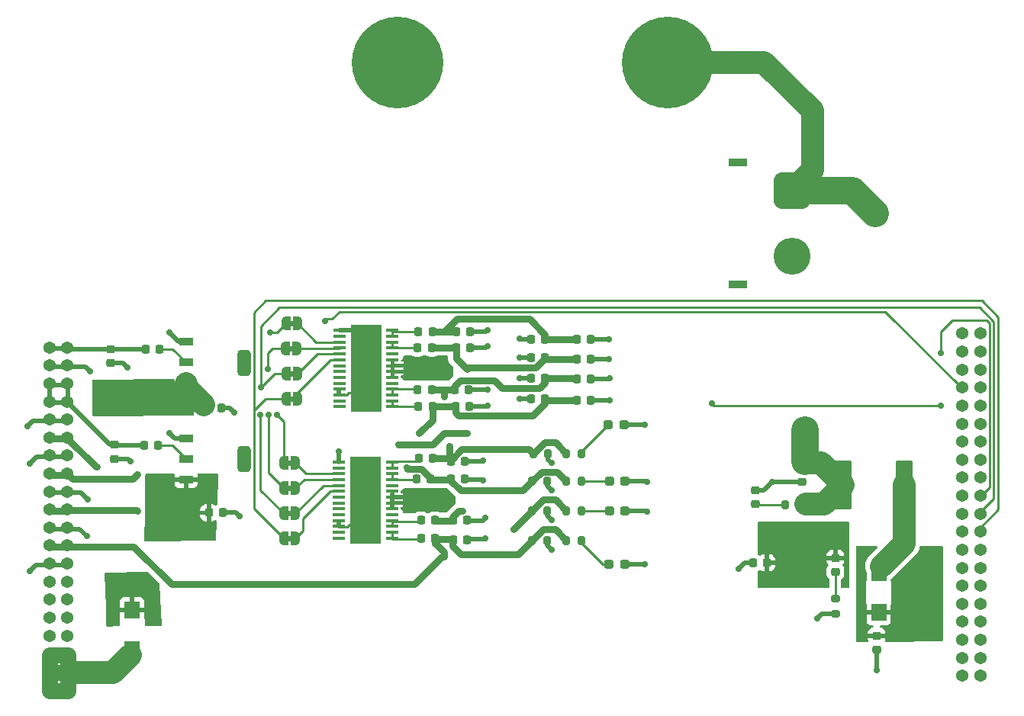
<source format=gbr>
%TF.GenerationSoftware,KiCad,Pcbnew,7.0.7*%
%TF.CreationDate,2024-03-26T08:25:24-07:00*%
%TF.ProjectId,Power-board,506f7765-722d-4626-9f61-72642e6b6963,rev?*%
%TF.SameCoordinates,Original*%
%TF.FileFunction,Copper,L1,Top*%
%TF.FilePolarity,Positive*%
%FSLAX46Y46*%
G04 Gerber Fmt 4.6, Leading zero omitted, Abs format (unit mm)*
G04 Created by KiCad (PCBNEW 7.0.7) date 2024-03-26 08:25:24*
%MOMM*%
%LPD*%
G01*
G04 APERTURE LIST*
G04 Aperture macros list*
%AMRoundRect*
0 Rectangle with rounded corners*
0 $1 Rounding radius*
0 $2 $3 $4 $5 $6 $7 $8 $9 X,Y pos of 4 corners*
0 Add a 4 corners polygon primitive as box body*
4,1,4,$2,$3,$4,$5,$6,$7,$8,$9,$2,$3,0*
0 Add four circle primitives for the rounded corners*
1,1,$1+$1,$2,$3*
1,1,$1+$1,$4,$5*
1,1,$1+$1,$6,$7*
1,1,$1+$1,$8,$9*
0 Add four rect primitives between the rounded corners*
20,1,$1+$1,$2,$3,$4,$5,0*
20,1,$1+$1,$4,$5,$6,$7,0*
20,1,$1+$1,$6,$7,$8,$9,0*
20,1,$1+$1,$8,$9,$2,$3,0*%
%AMFreePoly0*
4,1,19,0.500000,-0.750000,0.000000,-0.750000,0.000000,-0.744911,-0.071157,-0.744911,-0.207708,-0.704816,-0.327430,-0.627875,-0.420627,-0.520320,-0.479746,-0.390866,-0.500000,-0.250000,-0.500000,0.250000,-0.479746,0.390866,-0.420627,0.520320,-0.327430,0.627875,-0.207708,0.704816,-0.071157,0.744911,0.000000,0.744911,0.000000,0.750000,0.500000,0.750000,0.500000,-0.750000,0.500000,-0.750000,
$1*%
%AMFreePoly1*
4,1,19,0.000000,0.744911,0.071157,0.744911,0.207708,0.704816,0.327430,0.627875,0.420627,0.520320,0.479746,0.390866,0.500000,0.250000,0.500000,-0.250000,0.479746,-0.390866,0.420627,-0.520320,0.327430,-0.627875,0.207708,-0.704816,0.071157,-0.744911,0.000000,-0.744911,0.000000,-0.750000,-0.500000,-0.750000,-0.500000,0.750000,0.000000,0.750000,0.000000,0.744911,0.000000,0.744911,
$1*%
G04 Aperture macros list end*
%TA.AperFunction,SMDPad,CuDef*%
%ADD10RoundRect,0.200000X-0.200000X-0.275000X0.200000X-0.275000X0.200000X0.275000X-0.200000X0.275000X0*%
%TD*%
%TA.AperFunction,SMDPad,CuDef*%
%ADD11RoundRect,0.218750X0.218750X0.256250X-0.218750X0.256250X-0.218750X-0.256250X0.218750X-0.256250X0*%
%TD*%
%TA.AperFunction,SMDPad,CuDef*%
%ADD12RoundRect,0.225000X-0.250000X0.225000X-0.250000X-0.225000X0.250000X-0.225000X0.250000X0.225000X0*%
%TD*%
%TA.AperFunction,SMDPad,CuDef*%
%ADD13RoundRect,0.225000X-0.225000X-0.250000X0.225000X-0.250000X0.225000X0.250000X-0.225000X0.250000X0*%
%TD*%
%TA.AperFunction,SMDPad,CuDef*%
%ADD14RoundRect,0.218750X0.256250X-0.218750X0.256250X0.218750X-0.256250X0.218750X-0.256250X-0.218750X0*%
%TD*%
%TA.AperFunction,SMDPad,CuDef*%
%ADD15RoundRect,0.225000X0.225000X0.250000X-0.225000X0.250000X-0.225000X-0.250000X0.225000X-0.250000X0*%
%TD*%
%TA.AperFunction,SMDPad,CuDef*%
%ADD16RoundRect,0.225000X0.250000X-0.225000X0.250000X0.225000X-0.250000X0.225000X-0.250000X-0.225000X0*%
%TD*%
%TA.AperFunction,SMDPad,CuDef*%
%ADD17RoundRect,0.218750X-0.218750X-0.256250X0.218750X-0.256250X0.218750X0.256250X-0.218750X0.256250X0*%
%TD*%
%TA.AperFunction,SMDPad,CuDef*%
%ADD18FreePoly0,0.000000*%
%TD*%
%TA.AperFunction,SMDPad,CuDef*%
%ADD19FreePoly1,0.000000*%
%TD*%
%TA.AperFunction,SMDPad,CuDef*%
%ADD20RoundRect,0.200000X0.200000X0.275000X-0.200000X0.275000X-0.200000X-0.275000X0.200000X-0.275000X0*%
%TD*%
%TA.AperFunction,SMDPad,CuDef*%
%ADD21R,1.676400X1.879600*%
%TD*%
%TA.AperFunction,SMDPad,CuDef*%
%ADD22RoundRect,0.200000X-0.275000X0.200000X-0.275000X-0.200000X0.275000X-0.200000X0.275000X0.200000X0*%
%TD*%
%TA.AperFunction,SMDPad,CuDef*%
%ADD23R,1.400000X0.449999*%
%TD*%
%TA.AperFunction,ComponentPad*%
%ADD24C,0.780000*%
%TD*%
%TA.AperFunction,SMDPad,CuDef*%
%ADD25R,3.400001X9.700001*%
%TD*%
%TA.AperFunction,SMDPad,CuDef*%
%ADD26RoundRect,0.237500X0.287500X0.237500X-0.287500X0.237500X-0.287500X-0.237500X0.287500X-0.237500X0*%
%TD*%
%TA.AperFunction,ComponentPad*%
%ADD27C,1.371600*%
%TD*%
%TA.AperFunction,SMDPad,CuDef*%
%ADD28RoundRect,0.250000X-0.712500X-2.475000X0.712500X-2.475000X0.712500X2.475000X-0.712500X2.475000X0*%
%TD*%
%TA.AperFunction,SMDPad,CuDef*%
%ADD29R,1.549400X0.863600*%
%TD*%
%TA.AperFunction,SMDPad,CuDef*%
%ADD30RoundRect,0.361950X-0.361950X1.098550X-0.361950X-1.098550X0.361950X-1.098550X0.361950X1.098550X0*%
%TD*%
%TA.AperFunction,ComponentPad*%
%ADD31R,2.000000X0.900000*%
%TD*%
%TA.AperFunction,ComponentPad*%
%ADD32RoundRect,1.025000X1.025000X-1.025000X1.025000X1.025000X-1.025000X1.025000X-1.025000X-1.025000X0*%
%TD*%
%TA.AperFunction,ComponentPad*%
%ADD33C,4.100000*%
%TD*%
%TA.AperFunction,ComponentPad*%
%ADD34C,10.160000*%
%TD*%
%TA.AperFunction,ViaPad*%
%ADD35C,0.711200*%
%TD*%
%TA.AperFunction,ViaPad*%
%ADD36C,2.540000*%
%TD*%
%TA.AperFunction,Conductor*%
%ADD37C,0.508000*%
%TD*%
%TA.AperFunction,Conductor*%
%ADD38C,0.254000*%
%TD*%
%TA.AperFunction,Conductor*%
%ADD39C,2.540000*%
%TD*%
%TA.AperFunction,Conductor*%
%ADD40C,0.762000*%
%TD*%
%TA.AperFunction,Conductor*%
%ADD41C,3.048000*%
%TD*%
%TA.AperFunction,Conductor*%
%ADD42C,1.778000*%
%TD*%
G04 APERTURE END LIST*
%TA.AperFunction,EtchedComponent*%
%TO.C,JP5*%
G36*
X97674000Y-82596000D02*
G01*
X97174000Y-82596000D01*
X97174000Y-81996000D01*
X97674000Y-81996000D01*
X97674000Y-82596000D01*
G37*
%TD.AperFunction*%
%TA.AperFunction,EtchedComponent*%
%TO.C,JP4*%
G36*
X97898000Y-75484000D02*
G01*
X97398000Y-75484000D01*
X97398000Y-74884000D01*
X97898000Y-74884000D01*
X97898000Y-75484000D01*
G37*
%TD.AperFunction*%
%TA.AperFunction,EtchedComponent*%
%TO.C,JP2*%
G36*
X97843000Y-69896000D02*
G01*
X97343000Y-69896000D01*
X97343000Y-69296000D01*
X97843000Y-69296000D01*
X97843000Y-69896000D01*
G37*
%TD.AperFunction*%
%TA.AperFunction,EtchedComponent*%
%TO.C,JP1*%
G36*
X97898000Y-67102000D02*
G01*
X97398000Y-67102000D01*
X97398000Y-66502000D01*
X97898000Y-66502000D01*
X97898000Y-67102000D01*
G37*
%TD.AperFunction*%
%TA.AperFunction,EtchedComponent*%
%TO.C,JP6*%
G36*
X97674000Y-85390000D02*
G01*
X97174000Y-85390000D01*
X97174000Y-84790000D01*
X97674000Y-84790000D01*
X97674000Y-85390000D01*
G37*
%TD.AperFunction*%
%TA.AperFunction,EtchedComponent*%
%TO.C,JP3*%
G36*
X97898000Y-72690000D02*
G01*
X97398000Y-72690000D01*
X97398000Y-72090000D01*
X97898000Y-72090000D01*
X97898000Y-72690000D01*
G37*
%TD.AperFunction*%
%TA.AperFunction,EtchedComponent*%
%TO.C,JP7*%
G36*
X97674000Y-88184000D02*
G01*
X97174000Y-88184000D01*
X97174000Y-87584000D01*
X97674000Y-87584000D01*
X97674000Y-88184000D01*
G37*
%TD.AperFunction*%
%TA.AperFunction,EtchedComponent*%
%TO.C,JP8*%
G36*
X97674000Y-90960000D02*
G01*
X97174000Y-90960000D01*
X97174000Y-90360000D01*
X97674000Y-90360000D01*
X97674000Y-90960000D01*
G37*
%TD.AperFunction*%
%TD*%
D10*
%TO.P,R10,1*%
%TO.N,PYRO_EX+*%
X124334000Y-90932000D03*
%TO.P,R10,2*%
%TO.N,GND*%
X125984000Y-90932000D03*
%TD*%
D11*
%TO.P,D19,1,K*%
%TO.N,ETH_MAIIN+*%
X125755500Y-72898000D03*
%TO.P,D19,2,A*%
%TO.N,GND*%
X124180500Y-72898000D03*
%TD*%
D12*
%TO.P,C7,1*%
%TO.N,V_ALL+*%
X162557500Y-101454000D03*
%TO.P,C7,2*%
%TO.N,GND*%
X162557500Y-103004000D03*
%TD*%
D11*
%TO.P,D13,1,K*%
%TO.N,PYRO_EX+*%
X113563500Y-90678000D03*
%TO.P,D13,2,A*%
%TO.N,Net-(D13-A)*%
X111988500Y-90678000D03*
%TD*%
%TO.P,D6,1,K*%
%TO.N,LOX_VENT+*%
X113254003Y-67694000D03*
%TO.P,D6,2,A*%
%TO.N,Net-(D6-A)*%
X111679003Y-67694000D03*
%TD*%
D10*
%TO.P,R7,1*%
%TO.N,LOX_VENT+*%
X124460000Y-81280000D03*
%TO.P,R7,2*%
%TO.N,GND*%
X126110000Y-81280000D03*
%TD*%
D11*
%TO.P,D8,1,K*%
%TO.N,ETH_MAIIN+*%
X113203003Y-74168000D03*
%TO.P,D8,2,A*%
%TO.N,Net-(D8-A)*%
X111628003Y-74168000D03*
%TD*%
%TO.P,D10,1,K*%
%TO.N,LOX_VENT+*%
X113304997Y-81788000D03*
%TO.P,D10,2,A*%
%TO.N,Net-(D10-A)*%
X111729997Y-81788000D03*
%TD*%
D13*
%TO.P,C4,1*%
%TO.N,LOX_VENT+*%
X115892001Y-67735001D03*
%TO.P,C4,2*%
%TO.N,GND*%
X117442001Y-67735001D03*
%TD*%
D14*
%TO.P,D2,1,K*%
%TO.N,Net-(D2-K)*%
X149083500Y-86842000D03*
%TO.P,D2,2,A*%
%TO.N,GND*%
X149083500Y-85267000D03*
%TD*%
D15*
%TO.P,C5,1*%
%TO.N,GND*%
X90000000Y-87800000D03*
%TO.P,C5,2*%
%TO.N,V_ALL+*%
X88450000Y-87800000D03*
%TD*%
D16*
%TO.P,C1,1*%
%TO.N,GND*%
X77600000Y-71150000D03*
%TO.P,C1,2*%
%TO.N,+3.3V*%
X77600000Y-69600000D03*
%TD*%
D17*
%TO.P,D21,1,K*%
%TO.N,ETH_MAIIN+*%
X129286000Y-72948000D03*
%TO.P,D21,2,A*%
%TO.N,GND*%
X130861000Y-72948000D03*
%TD*%
D18*
%TO.P,JP5,1,A*%
%TO.N,PYRO1EN*%
X96774000Y-82296000D03*
D19*
%TO.P,JP5,2,B*%
%TO.N,Net-(JP5-B)*%
X98074000Y-82296000D03*
%TD*%
D11*
%TO.P,F2,1*%
%TO.N,Net-(U1-OUTPUT)*%
X83000000Y-69600000D03*
%TO.P,F2,2*%
%TO.N,+3.3V*%
X81425000Y-69600000D03*
%TD*%
D16*
%TO.P,C12,1*%
%TO.N,Net-(C12-Pad1)*%
X157985500Y-94368000D03*
%TO.P,C12,2*%
%TO.N,V_ALL+*%
X157985500Y-92818000D03*
%TD*%
D20*
%TO.P,R4,1*%
%TO.N,Net-(D3-A)*%
X129794000Y-84285002D03*
%TO.P,R4,2*%
%TO.N,ETH_VENT+*%
X128144000Y-84285002D03*
%TD*%
D13*
%TO.P,C16,1*%
%TO.N,PYRO_EX+*%
X115557000Y-90805000D03*
%TO.P,C16,2*%
%TO.N,GND*%
X117107000Y-90805000D03*
%TD*%
D20*
%TO.P,R5,1*%
%TO.N,Net-(D4-A)*%
X129793000Y-87587002D03*
%TO.P,R5,2*%
%TO.N,ETH_MAIN+*%
X128143000Y-87587002D03*
%TD*%
D18*
%TO.P,JP4,1,A*%
%TO.N,PYRO4EN*%
X96998000Y-75184000D03*
D19*
%TO.P,JP4,2,B*%
%TO.N,Net-(JP4-B)*%
X98298000Y-75184000D03*
%TD*%
D20*
%TO.P,R6,1*%
%TO.N,Net-(D5-A)*%
X129794000Y-90889002D03*
%TO.P,R6,2*%
%TO.N,PYRO_EX+*%
X128144000Y-90889002D03*
%TD*%
D21*
%TO.P,D16,1,K*%
%TO.N,V_ALL+*%
X79950000Y-98600000D03*
%TO.P,D16,2,A*%
%TO.N,PWR_SUP*%
X79950000Y-103019600D03*
%TD*%
D22*
%TO.P,R1,1*%
%TO.N,Net-(C12-Pad1)*%
X157985500Y-97353000D03*
%TO.P,R1,2*%
%TO.N,GND*%
X157985500Y-99003000D03*
%TD*%
D23*
%TO.P,U3,1,GND*%
%TO.N,GND*%
X102938001Y-67563000D03*
%TO.P,U3,2,NC*%
%TO.N,unconnected-(U3-NC-Pad2)*%
X102938001Y-68213001D03*
%TO.P,U3,3,IN1*%
%TO.N,Net-(JP1-B)*%
X102938001Y-68863000D03*
%TO.P,U3,4,IN2*%
%TO.N,Net-(JP2-B)*%
X102938001Y-69513001D03*
%TO.P,U3,5,IN3*%
%TO.N,Net-(JP3-B)*%
X102938001Y-70162999D03*
%TO.P,U3,6,IN4*%
%TO.N,Net-(JP4-B)*%
X102938001Y-70813001D03*
%TO.P,U3,7,ST1_SEH_N*%
%TO.N,unconnected-(U3-ST1_SEH_N-Pad7)*%
X102938001Y-71462999D03*
%TO.P,U3,8,ST2_SEL_N*%
%TO.N,unconnected-(U3-ST2_SEL_N-Pad8)*%
X102938001Y-72113001D03*
%TO.P,U3,9,ST3_FAULT_N*%
%TO.N,unconnected-(U3-ST3_FAULT_N-Pad9)*%
X102938001Y-72762999D03*
%TO.P,U3,10,ST4_CS_N*%
%TO.N,unconnected-(U3-ST4_CS_N-Pad10)*%
X102938001Y-73413001D03*
%TO.P,U3,11,CL*%
%TO.N,GND*%
X102938001Y-74062999D03*
%TO.P,U3,12,GND*%
X102938001Y-74713000D03*
%TO.P,U3,13,THER*%
%TO.N,unconnected-(U3-THER-Pad13)*%
X102938001Y-75362999D03*
%TO.P,U3,14,DIAG_EN*%
%TO.N,unconnected-(U3-DIAG_EN-Pad14)*%
X102938001Y-76013000D03*
%TO.P,U3,15,OUT4*%
%TO.N,Net-(D9-A)*%
X108838002Y-76013000D03*
%TO.P,U3,16,OUT4*%
X108838002Y-75362999D03*
%TO.P,U3,17,OUT3*%
%TO.N,Net-(D8-A)*%
X108838002Y-74713000D03*
%TO.P,U3,18,OUT3*%
X108838002Y-74062999D03*
%TO.P,U3,19,NC*%
%TO.N,unconnected-(U3-NC-Pad19)*%
X108838002Y-73413001D03*
%TO.P,U3,20,VS*%
%TO.N,V_ALL+*%
X108838002Y-72762999D03*
%TO.P,U3,21,VS*%
X108838002Y-72113001D03*
%TO.P,U3,22,VS*%
X108838002Y-71462999D03*
%TO.P,U3,23,VS*%
X108838002Y-70813001D03*
%TO.P,U3,24,NC*%
%TO.N,unconnected-(U3-NC-Pad24)*%
X108838002Y-70162999D03*
%TO.P,U3,25,OUT2*%
%TO.N,Net-(D7-A)*%
X108838002Y-69513001D03*
%TO.P,U3,26,OUT2*%
X108838002Y-68863000D03*
%TO.P,U3,27,OUT1*%
%TO.N,Net-(D6-A)*%
X108838002Y-68213001D03*
%TO.P,U3,28,OUT1*%
X108838002Y-67563000D03*
D24*
%TO.P,U3,29,PAD*%
%TO.N,GND*%
X104588000Y-67788000D03*
X104588000Y-69088000D03*
X104588000Y-70488000D03*
X104588000Y-71788000D03*
X104588000Y-73088000D03*
X104588003Y-74488000D03*
X104588003Y-75788000D03*
X105888000Y-69088000D03*
D25*
X105888000Y-71788000D03*
D24*
X105888003Y-67788000D03*
X105888003Y-70488000D03*
X105888003Y-71788000D03*
X105888003Y-73088000D03*
X105888003Y-74488000D03*
X105888005Y-75788000D03*
X107188000Y-67788000D03*
X107188000Y-69088000D03*
X107188000Y-70488000D03*
X107188000Y-71788000D03*
X107188000Y-73088000D03*
X107188002Y-74488000D03*
X107188002Y-75788000D03*
%TD*%
D16*
%TO.P,C3,1*%
%TO.N,GND*%
X78000000Y-81800000D03*
%TO.P,C3,2*%
%TO.N,+5V*%
X78000000Y-80250000D03*
%TD*%
D10*
%TO.P,R8,1*%
%TO.N,ETH_VENT+*%
X124334000Y-84328000D03*
%TO.P,R8,2*%
%TO.N,GND*%
X125984000Y-84328000D03*
%TD*%
D11*
%TO.P,D7,1,K*%
%TO.N,ETH_VENT+*%
X113203003Y-69472000D03*
%TO.P,D7,2,A*%
%TO.N,Net-(D7-A)*%
X111628003Y-69472000D03*
%TD*%
%TO.P,D11,1,K*%
%TO.N,ETH_MAIIN+*%
X113563500Y-88646000D03*
%TO.P,D11,2,A*%
%TO.N,Net-(D11-A)*%
X111988500Y-88646000D03*
%TD*%
D26*
%TO.P,D1,1,K*%
%TO.N,GND*%
X134551999Y-78018001D03*
%TO.P,D1,2,A*%
%TO.N,Net-(D1-A)*%
X132801999Y-78018001D03*
%TD*%
D13*
%TO.P,C9,1*%
%TO.N,ETH_MAIIN+*%
X115743003Y-74168000D03*
%TO.P,C9,2*%
%TO.N,GND*%
X117293003Y-74168000D03*
%TD*%
%TO.P,C13,1*%
%TO.N,LOX_VENT+*%
X115285997Y-82072000D03*
%TO.P,C13,2*%
%TO.N,GND*%
X116835997Y-82072000D03*
%TD*%
D11*
%TO.P,D9,1,K*%
%TO.N,PYRO_EX+*%
X113254003Y-75972000D03*
%TO.P,D9,2,A*%
%TO.N,Net-(D9-A)*%
X111679003Y-75972000D03*
%TD*%
D18*
%TO.P,JP2,1,A*%
%TO.N,PYRO2EN*%
X96943000Y-69596000D03*
D19*
%TO.P,JP2,2,B*%
%TO.N,Net-(JP2-B)*%
X98243000Y-69596000D03*
%TD*%
D11*
%TO.P,D20,1,K*%
%TO.N,PYRO_EX+*%
X125755500Y-75184000D03*
%TO.P,D20,2,A*%
%TO.N,GND*%
X124180500Y-75184000D03*
%TD*%
D27*
%TO.P,J1,A1,Pin_1*%
%TO.N,+3.3V*%
X70780000Y-69442100D03*
%TO.P,J1,A2,Pin_2*%
X72780000Y-69442100D03*
%TO.P,J1,A3,Pin_3*%
%TO.N,GND*%
X70780000Y-71442100D03*
%TO.P,J1,A4,Pin_4*%
X72780000Y-71442100D03*
%TO.P,J1,A5,Pin_5*%
%TO.N,+5V*%
X70780000Y-73442100D03*
%TO.P,J1,A6,Pin_6*%
X72780000Y-73442100D03*
%TO.P,J1,A7,Pin_7*%
X70780000Y-75442100D03*
%TO.P,J1,A8,Pin_8*%
X72780000Y-75442100D03*
%TO.P,J1,A9,Pin_9*%
%TO.N,GND*%
X70780000Y-77442100D03*
%TO.P,J1,A10,Pin_10*%
X72780000Y-77442100D03*
%TO.P,J1,A11,Pin_11*%
%TO.N,LOX_VENT+*%
X70780000Y-79442100D03*
%TO.P,J1,A12,Pin_12*%
X72780000Y-79442100D03*
%TO.P,J1,A13,Pin_13*%
%TO.N,GND*%
X70780000Y-81442100D03*
%TO.P,J1,A14,Pin_14*%
X72780000Y-81442100D03*
%TO.P,J1,A15,Pin_15*%
%TO.N,ETH_VENT+*%
X70780000Y-83442100D03*
%TO.P,J1,A16,Pin_16*%
X72780000Y-83442100D03*
%TO.P,J1,A17,Pin_17*%
%TO.N,GND*%
X70780000Y-85442100D03*
%TO.P,J1,A18,Pin_18*%
X72780000Y-85442100D03*
%TO.P,J1,A19,Pin_19*%
%TO.N,ETH_MAIN+*%
X70780000Y-87442100D03*
%TO.P,J1,A20,Pin_20*%
X72780000Y-87442100D03*
%TO.P,J1,A21,Pin_21*%
%TO.N,GND*%
X70780000Y-89442100D03*
%TO.P,J1,A22,Pin_22*%
X72780000Y-89442100D03*
%TO.P,J1,A23,Pin_23*%
%TO.N,PYRO_EX+*%
X70780000Y-91442100D03*
%TO.P,J1,A24,Pin_24*%
X72780000Y-91442100D03*
%TO.P,J1,A25,Pin_25*%
%TO.N,GND*%
X70780000Y-93442100D03*
%TO.P,J1,A26,Pin_26*%
X72780000Y-93442100D03*
%TO.P,J1,A27,Pin_27*%
%TO.N,unconnected-(J1A-Pin_27-PadA27)*%
X70780000Y-95442100D03*
%TO.P,J1,A28,Pin_28*%
%TO.N,unconnected-(J1A-Pin_28-PadA28)*%
X72780000Y-95442100D03*
%TO.P,J1,A29,Pin_29*%
%TO.N,unconnected-(J1A-Pin_29-PadA29)*%
X70780000Y-97442100D03*
%TO.P,J1,A30,Pin_30*%
%TO.N,unconnected-(J1A-Pin_30-PadA30)*%
X72780000Y-97442100D03*
%TO.P,J1,A31,Pin_31*%
%TO.N,unconnected-(J1A-Pin_31-PadA31)*%
X70780000Y-99442100D03*
%TO.P,J1,A32,Pin_32*%
%TO.N,unconnected-(J1A-Pin_32-PadA32)*%
X72780000Y-99442100D03*
%TO.P,J1,A33,Pin_33*%
%TO.N,unconnected-(J1A-Pin_33-PadA33)*%
X70780000Y-101442000D03*
%TO.P,J1,A34,Pin_34*%
%TO.N,unconnected-(J1A-Pin_34-PadA34)*%
X72780000Y-101442000D03*
%TO.P,J1,A35,Pin_35*%
%TO.N,PWR_SUP*%
X70780000Y-103442000D03*
%TO.P,J1,A36,Pin_36*%
X72780000Y-103442000D03*
%TO.P,J1,A37,Pin_37*%
X70780000Y-105442000D03*
%TO.P,J1,A38,Pin_38*%
X72780000Y-105442000D03*
%TO.P,J1,A39,Pin_39*%
X70780000Y-107442000D03*
%TO.P,J1,A40,Pin_40*%
X72780000Y-107442000D03*
%TO.P,J1,B1,Pin_1*%
%TO.N,unconnected-(J1B-Pin_1-PadB1)*%
X172050000Y-67905269D03*
%TO.P,J1,B2,Pin_2*%
%TO.N,unconnected-(J1B-Pin_2-PadB2)*%
X174050000Y-67905269D03*
%TO.P,J1,B3,Pin_3*%
%TO.N,unconnected-(J1B-Pin_3-PadB3)*%
X172050000Y-69905269D03*
%TO.P,J1,B4,Pin_4*%
%TO.N,unconnected-(J1B-Pin_4-PadB4)*%
X174050000Y-69905269D03*
%TO.P,J1,B5,Pin_5*%
%TO.N,GND*%
X172050000Y-71905269D03*
%TO.P,J1,B6,Pin_6*%
%TO.N,unconnected-(J1B-Pin_6-PadB6)*%
X174050000Y-71905269D03*
%TO.P,J1,B7,Pin_7*%
%TO.N,PYRO1EN*%
X172050000Y-73905269D03*
%TO.P,J1,B8,Pin_8*%
%TO.N,GND*%
X174050000Y-73905269D03*
%TO.P,J1,B9,Pin_9*%
X172050000Y-75905169D03*
%TO.P,J1,B10,Pin_10*%
%TO.N,unconnected-(J1B-Pin_10-PadB10)*%
X174050000Y-75905169D03*
%TO.P,J1,B11,Pin_11*%
%TO.N,unconnected-(J1B-Pin_11-PadB11)*%
X172050000Y-77905169D03*
%TO.P,J1,B12,Pin_12*%
%TO.N,unconnected-(J1B-Pin_12-PadB12)*%
X174050000Y-77905169D03*
%TO.P,J1,B13,Pin_13*%
%TO.N,unconnected-(J1B-Pin_13-PadB13)*%
X172050000Y-79905169D03*
%TO.P,J1,B14,Pin_14*%
%TO.N,unconnected-(J1B-Pin_14-PadB14)*%
X174050000Y-79905169D03*
%TO.P,J1,B15,Pin_15*%
%TO.N,unconnected-(J1B-Pin_15-PadB15)*%
X172050000Y-81905169D03*
%TO.P,J1,B16,Pin_16*%
%TO.N,unconnected-(J1B-Pin_16-PadB16)*%
X174050000Y-81905169D03*
%TO.P,J1,B17,Pin_17*%
%TO.N,GND*%
X172050000Y-83905169D03*
%TO.P,J1,B18,Pin_18*%
X174050000Y-83905169D03*
%TO.P,J1,B19,Pin_19*%
%TO.N,unconnected-(J1B-Pin_19-PadB19)*%
X172050000Y-85905169D03*
%TO.P,J1,B20,Pin_20*%
%TO.N,PYRO2EN*%
X174050000Y-85905169D03*
%TO.P,J1,B21,Pin_21*%
%TO.N,unconnected-(J1B-Pin_21-PadB21)*%
X172050000Y-87905169D03*
%TO.P,J1,B22,Pin_22*%
%TO.N,PYRO3EN*%
X174050000Y-87905169D03*
%TO.P,J1,B23,Pin_23*%
%TO.N,unconnected-(J1B-Pin_23-PadB23)*%
X172050000Y-89905169D03*
%TO.P,J1,B24,Pin_24*%
%TO.N,PYRO4EN*%
X174050000Y-89905169D03*
%TO.P,J1,B25,Pin_25*%
%TO.N,GND*%
X172050000Y-91905169D03*
%TO.P,J1,B26,Pin_26*%
X174050000Y-91905169D03*
%TO.P,J1,B27,Pin_27*%
%TO.N,unconnected-(J1B-Pin_27-PadB27)*%
X172050000Y-93905169D03*
%TO.P,J1,B28,Pin_28*%
%TO.N,unconnected-(J1B-Pin_28-PadB28)*%
X174050000Y-93905169D03*
%TO.P,J1,B29,Pin_29*%
%TO.N,unconnected-(J1B-Pin_29-PadB29)*%
X172050000Y-95905169D03*
%TO.P,J1,B30,Pin_30*%
%TO.N,unconnected-(J1B-Pin_30-PadB30)*%
X174050000Y-95905169D03*
%TO.P,J1,B31,Pin_31*%
%TO.N,unconnected-(J1B-Pin_31-PadB31)*%
X172050000Y-97905169D03*
%TO.P,J1,B32,Pin_32*%
%TO.N,unconnected-(J1B-Pin_32-PadB32)*%
X174050000Y-97905169D03*
%TO.P,J1,B33,Pin_33*%
%TO.N,GND*%
X172050000Y-99905169D03*
%TO.P,J1,B34,Pin_34*%
X174050000Y-99905169D03*
%TO.P,J1,B35,Pin_35*%
%TO.N,unconnected-(J1B-Pin_35-PadB35)*%
X172050000Y-101905169D03*
%TO.P,J1,B36,Pin_36*%
%TO.N,unconnected-(J1B-Pin_36-PadB36)*%
X174050000Y-101905169D03*
%TO.P,J1,B37,Pin_37*%
%TO.N,unconnected-(J1B-Pin_37-PadB37)*%
X172050000Y-103905169D03*
%TO.P,J1,B38,Pin_38*%
%TO.N,unconnected-(J1B-Pin_38-PadB38)*%
X174050000Y-103905169D03*
%TO.P,J1,B39,Pin_39*%
%TO.N,unconnected-(J1B-Pin_39-PadB39)*%
X172050000Y-105905169D03*
%TO.P,J1,B40,Pin_40*%
%TO.N,unconnected-(J1B-Pin_40-PadB40)*%
X174050000Y-105905169D03*
%TD*%
D28*
%TO.P,F1,1*%
%TO.N,/BAT1_+_pre*%
X158830500Y-84716000D03*
%TO.P,F1,2*%
%TO.N,/BAT1_+*%
X165605500Y-84716000D03*
%TD*%
D17*
%TO.P,D14,1,K*%
%TO.N,LOX_VENT+*%
X129260500Y-68580000D03*
%TO.P,D14,2,A*%
%TO.N,GND*%
X130835500Y-68580000D03*
%TD*%
D11*
%TO.P,F3,1*%
%TO.N,Net-(U4-OUTPUT)*%
X82851000Y-80286000D03*
%TO.P,F3,2*%
%TO.N,+5V*%
X81276000Y-80286000D03*
%TD*%
D15*
%TO.P,C11,1*%
%TO.N,V_ALL+*%
X150378500Y-93352000D03*
%TO.P,C11,2*%
%TO.N,GND*%
X148828500Y-93352000D03*
%TD*%
D18*
%TO.P,JP1,1,A*%
%TO.N,PYRO1EN*%
X96998000Y-66802000D03*
D19*
%TO.P,JP1,2,B*%
%TO.N,Net-(JP1-B)*%
X98298000Y-66802000D03*
%TD*%
D16*
%TO.P,C6,1*%
%TO.N,GND*%
X154285500Y-84396000D03*
%TO.P,C6,2*%
%TO.N,/BAT1_+_pre*%
X154285500Y-82846000D03*
%TD*%
D29*
%TO.P,U1,1,GND*%
%TO.N,GND*%
X85944200Y-68810000D03*
%TO.P,U1,2,OUTPUT*%
%TO.N,Net-(U1-OUTPUT)*%
X85944200Y-71110000D03*
%TO.P,U1,3,INPUT*%
%TO.N,V_ALL+*%
X85944200Y-73410000D03*
D30*
%TO.P,U1,4,VOUT*%
%TO.N,unconnected-(U1-VOUT-Pad4)*%
X92383100Y-71122700D03*
%TD*%
D18*
%TO.P,JP6,1,A*%
%TO.N,PYRO2EN*%
X96774000Y-85090000D03*
D19*
%TO.P,JP6,2,B*%
%TO.N,Net-(JP6-B)*%
X98074000Y-85090000D03*
%TD*%
D11*
%TO.P,D17,1,K*%
%TO.N,LOX_VENT+*%
X125781000Y-68526000D03*
%TO.P,D17,2,A*%
%TO.N,GND*%
X124206000Y-68526000D03*
%TD*%
D13*
%TO.P,C15,1*%
%TO.N,ETH_VENT+*%
X115303000Y-84074000D03*
%TO.P,C15,2*%
%TO.N,GND*%
X116853000Y-84074000D03*
%TD*%
D26*
%TO.P,D3,1,K*%
%TO.N,GND*%
X134657000Y-84285002D03*
%TO.P,D3,2,A*%
%TO.N,Net-(D3-A)*%
X132907000Y-84285002D03*
%TD*%
D23*
%TO.P,U2,1,GND*%
%TO.N,GND*%
X102907998Y-82165000D03*
%TO.P,U2,2,NC*%
%TO.N,unconnected-(U2-NC-Pad2)*%
X102907998Y-82815001D03*
%TO.P,U2,3,IN1*%
%TO.N,Net-(JP5-B)*%
X102907998Y-83465000D03*
%TO.P,U2,4,IN2*%
%TO.N,Net-(JP6-B)*%
X102907998Y-84115001D03*
%TO.P,U2,5,IN3*%
%TO.N,Net-(JP7-B)*%
X102907998Y-84764999D03*
%TO.P,U2,6,IN4*%
%TO.N,Net-(JP8-B)*%
X102907998Y-85415001D03*
%TO.P,U2,7,ST1_SEH_N*%
%TO.N,unconnected-(U2-ST1_SEH_N-Pad7)*%
X102907998Y-86064999D03*
%TO.P,U2,8,ST2_SEL_N*%
%TO.N,unconnected-(U2-ST2_SEL_N-Pad8)*%
X102907998Y-86715001D03*
%TO.P,U2,9,ST3_FAULT_N*%
%TO.N,unconnected-(U2-ST3_FAULT_N-Pad9)*%
X102907998Y-87364999D03*
%TO.P,U2,10,ST4_CS_N*%
%TO.N,unconnected-(U2-ST4_CS_N-Pad10)*%
X102907998Y-88015001D03*
%TO.P,U2,11,CL*%
%TO.N,GND*%
X102907998Y-88664999D03*
%TO.P,U2,12,GND*%
X102907998Y-89315000D03*
%TO.P,U2,13,THER*%
%TO.N,unconnected-(U2-THER-Pad13)*%
X102907998Y-89964999D03*
%TO.P,U2,14,DIAG_EN*%
%TO.N,unconnected-(U2-DIAG_EN-Pad14)*%
X102907998Y-90615000D03*
%TO.P,U2,15,OUT4*%
%TO.N,Net-(D13-A)*%
X108807999Y-90615000D03*
%TO.P,U2,16,OUT4*%
X108807999Y-89964999D03*
%TO.P,U2,17,OUT3*%
%TO.N,Net-(D11-A)*%
X108807999Y-89315000D03*
%TO.P,U2,18,OUT3*%
X108807999Y-88664999D03*
%TO.P,U2,19,NC*%
%TO.N,unconnected-(U2-NC-Pad19)*%
X108807999Y-88015001D03*
%TO.P,U2,20,VS*%
%TO.N,V_ALL+*%
X108807999Y-87364999D03*
%TO.P,U2,21,VS*%
X108807999Y-86715001D03*
%TO.P,U2,22,VS*%
X108807999Y-86064999D03*
%TO.P,U2,23,VS*%
X108807999Y-85415001D03*
%TO.P,U2,24,NC*%
%TO.N,unconnected-(U2-NC-Pad24)*%
X108807999Y-84764999D03*
%TO.P,U2,25,OUT2*%
%TO.N,Net-(D12-A)*%
X108807999Y-84115001D03*
%TO.P,U2,26,OUT2*%
X108807999Y-83465000D03*
%TO.P,U2,27,OUT1*%
%TO.N,Net-(D10-A)*%
X108807999Y-82815001D03*
%TO.P,U2,28,OUT1*%
X108807999Y-82165000D03*
D24*
%TO.P,U2,29,PAD*%
%TO.N,GND*%
X104557997Y-82390000D03*
X104557997Y-83690000D03*
X104557997Y-85090000D03*
X104557997Y-86390000D03*
X104557997Y-87690000D03*
X104558000Y-89090000D03*
X104558000Y-90390000D03*
X105857997Y-83690000D03*
D25*
X105857997Y-86390000D03*
D24*
X105858000Y-82390000D03*
X105858000Y-85090000D03*
X105858000Y-86390000D03*
X105858000Y-87690000D03*
X105858000Y-89090000D03*
X105858002Y-90390000D03*
X107157997Y-82390000D03*
X107157997Y-83690000D03*
X107157997Y-85090000D03*
X107157997Y-86390000D03*
X107157997Y-87690000D03*
X107157999Y-89090000D03*
X107157999Y-90390000D03*
%TD*%
D11*
%TO.P,D18,1,K*%
%TO.N,ETH_VENT+*%
X125755500Y-70612000D03*
%TO.P,D18,2,A*%
%TO.N,GND*%
X124180500Y-70612000D03*
%TD*%
D26*
%TO.P,D5,1,K*%
%TO.N,GND*%
X134634200Y-93512001D03*
%TO.P,D5,2,A*%
%TO.N,Net-(D5-A)*%
X132884200Y-93512001D03*
%TD*%
D13*
%TO.P,C10,1*%
%TO.N,PYRO_EX+*%
X115793003Y-75990001D03*
%TO.P,C10,2*%
%TO.N,GND*%
X117343003Y-75990001D03*
%TD*%
D11*
%TO.P,D12,1,K*%
%TO.N,ETH_VENT+*%
X113055500Y-84074000D03*
%TO.P,D12,2,A*%
%TO.N,Net-(D12-A)*%
X111480500Y-84074000D03*
%TD*%
D18*
%TO.P,JP3,1,A*%
%TO.N,PYRO3EN*%
X96998000Y-72390000D03*
D19*
%TO.P,JP3,2,B*%
%TO.N,Net-(JP3-B)*%
X98298000Y-72390000D03*
%TD*%
D20*
%TO.P,R3,1*%
%TO.N,/BAT1_+_pre*%
X154085500Y-86946000D03*
%TO.P,R3,2*%
%TO.N,Net-(D2-K)*%
X152435500Y-86946000D03*
%TD*%
D18*
%TO.P,JP7,1,A*%
%TO.N,PYRO3EN*%
X96774000Y-87884000D03*
D19*
%TO.P,JP7,2,B*%
%TO.N,Net-(JP7-B)*%
X98074000Y-87884000D03*
%TD*%
D26*
%TO.P,D4,1,K*%
%TO.N,GND*%
X134657000Y-87587002D03*
%TO.P,D4,2,A*%
%TO.N,Net-(D4-A)*%
X132907000Y-87587002D03*
%TD*%
D17*
%TO.P,D22,1,K*%
%TO.N,ETH_VENT+*%
X129286000Y-70712000D03*
%TO.P,D22,2,A*%
%TO.N,GND*%
X130861000Y-70712000D03*
%TD*%
D13*
%TO.P,C8,1*%
%TO.N,ETH_VENT+*%
X115892001Y-69513001D03*
%TO.P,C8,2*%
%TO.N,GND*%
X117442001Y-69513001D03*
%TD*%
D17*
%TO.P,D23,1,K*%
%TO.N,PYRO_EX+*%
X129286000Y-75284000D03*
%TO.P,D23,2,A*%
%TO.N,GND*%
X130861000Y-75284000D03*
%TD*%
D31*
%TO.P,J2,*%
%TO.N,*%
X147167600Y-62420400D03*
X147167600Y-48920400D03*
D32*
%TO.P,J2,1,1*%
%TO.N,/BAT1_+_pre*%
X153167600Y-52070400D03*
D33*
%TO.P,J2,2,2*%
%TO.N,GND*%
X153167600Y-59270400D03*
%TD*%
D34*
%TO.P,J5,1,Pin_1*%
%TO.N,/BAT1_+_pre*%
X139350000Y-37782000D03*
%TO.P,J5,2,Pin_2*%
%TO.N,GND*%
X109380000Y-37782000D03*
%TD*%
D13*
%TO.P,C14,1*%
%TO.N,ETH_MAIIN+*%
X115557000Y-88646000D03*
%TO.P,C14,2*%
%TO.N,GND*%
X117107000Y-88646000D03*
%TD*%
D21*
%TO.P,D15,1,K*%
%TO.N,V_ALL+*%
X162785500Y-98846000D03*
%TO.P,D15,2,A*%
%TO.N,/BAT1_+*%
X162785500Y-94426400D03*
%TD*%
D10*
%TO.P,R9,1*%
%TO.N,ETH_MAIN+*%
X124334000Y-87570000D03*
%TO.P,R9,2*%
%TO.N,GND*%
X125984000Y-87570000D03*
%TD*%
D20*
%TO.P,R2,1*%
%TO.N,Net-(D1-A)*%
X129794000Y-81237002D03*
%TO.P,R2,2*%
%TO.N,LOX_VENT+*%
X128144000Y-81237002D03*
%TD*%
D29*
%TO.P,U4,1,GND*%
%TO.N,GND*%
X85924200Y-79510000D03*
%TO.P,U4,2,OUTPUT*%
%TO.N,Net-(U4-OUTPUT)*%
X85924200Y-81810000D03*
%TO.P,U4,3,INPUT*%
%TO.N,V_ALL+*%
X85924200Y-84110000D03*
D30*
%TO.P,U4,4,VOUT*%
%TO.N,unconnected-(U4-VOUT-Pad4)*%
X92363100Y-81822700D03*
%TD*%
D15*
%TO.P,C2,1*%
%TO.N,GND*%
X89850000Y-76150000D03*
%TO.P,C2,2*%
%TO.N,V_ALL+*%
X88300000Y-76150000D03*
%TD*%
D18*
%TO.P,JP8,1,A*%
%TO.N,PYRO4EN*%
X96774000Y-90660000D03*
D19*
%TO.P,JP8,2,B*%
%TO.N,Net-(JP8-B)*%
X98074000Y-90660000D03*
%TD*%
D35*
%TO.N,GND*%
X91850000Y-88200000D03*
X132842000Y-70739000D03*
X74900000Y-90350000D03*
X75000000Y-86300000D03*
X79400000Y-71650000D03*
X84100000Y-67800000D03*
X126492000Y-82296000D03*
X91300000Y-76700000D03*
X122936000Y-72898000D03*
X75250000Y-72100000D03*
X68600000Y-82300000D03*
X122936000Y-75184000D03*
X119380000Y-74168000D03*
X119380000Y-67564000D03*
X68350000Y-78200000D03*
X126492000Y-88646000D03*
X122936000Y-70612000D03*
X122936000Y-68453000D03*
X102870000Y-80946600D03*
X126492000Y-91948000D03*
X119126000Y-90678000D03*
X118872000Y-82042000D03*
X119380000Y-75946000D03*
X79800000Y-82050000D03*
X118872000Y-84223400D03*
X126492000Y-85344000D03*
X68575000Y-94275000D03*
X132842000Y-68580000D03*
X137091999Y-87670001D03*
X132969000Y-72898000D03*
X136837999Y-93512001D03*
X132969000Y-75311000D03*
X162557500Y-105277000D03*
X136837999Y-78018001D03*
X147228500Y-94052000D03*
X84100000Y-78914600D03*
X119380000Y-69342000D03*
X155985500Y-99496000D03*
X150935500Y-84396000D03*
X137091999Y-84368001D03*
X119126000Y-88392000D03*
D36*
%TO.N,V_ALL+*%
X83312000Y-89154000D03*
X82296000Y-75184000D03*
D35*
X112268000Y-86868000D03*
X111252000Y-71120000D03*
D36*
X151892000Y-90932000D03*
D35*
X114554000Y-72542400D03*
D36*
X154178000Y-94234000D03*
D35*
X77750000Y-96050000D03*
X112268000Y-85852000D03*
D36*
X167386000Y-94742000D03*
D35*
X114808000Y-85852000D03*
D36*
X156210000Y-90932000D03*
D35*
X79790000Y-96860000D03*
X114706400Y-71069200D03*
D36*
X78232000Y-75184000D03*
X86106000Y-87122000D03*
D35*
X113538000Y-86360000D03*
X81750000Y-96150000D03*
D36*
X83058000Y-85344000D03*
D35*
X114808000Y-86868000D03*
D36*
X166624000Y-99060000D03*
D35*
X111252000Y-72491600D03*
%TO.N,LOX_VENT+*%
X114554000Y-67735001D03*
X115130001Y-80435001D03*
X76073000Y-82677000D03*
D36*
%TO.N,/BAT1_+_pre*%
X154581900Y-78620000D03*
X162407600Y-54610000D03*
D35*
%TO.N,ETH_VENT+*%
X110383401Y-82804000D03*
X109474000Y-80264000D03*
X117094000Y-71882000D03*
X80518000Y-83566000D03*
X117094000Y-78994000D03*
%TO.N,ETH_MAIIN+*%
X114554000Y-74930000D03*
X116586000Y-87630000D03*
%TO.N,PYRO_EX+*%
X114554000Y-92202000D03*
X111760000Y-78994000D03*
%TO.N,ETH_MAIN+*%
X80518000Y-87630000D03*
X122242000Y-89662000D03*
%TO.N,PYRO1EN*%
X95250000Y-67818000D03*
X101346000Y-66468600D03*
X96012000Y-76962000D03*
%TO.N,PYRO2EN*%
X169672000Y-75946000D03*
X95065803Y-76962000D03*
X169672000Y-70104000D03*
X94996000Y-71882000D03*
X144272000Y-75692000D03*
%TO.N,PYRO3EN*%
X94234000Y-73914000D03*
X94154600Y-76962000D03*
%TD*%
D37*
%TO.N,GND*%
X117061001Y-90722001D02*
X119081999Y-90722001D01*
X69318069Y-81581931D02*
X68600000Y-82300000D01*
X126110000Y-81914000D02*
X126492000Y-82296000D01*
D38*
X104024998Y-89154000D02*
X103799998Y-89379000D01*
D37*
X126110000Y-81280000D02*
X126110000Y-81914000D01*
X124180500Y-72898000D02*
X122936000Y-72898000D01*
X70815000Y-89581931D02*
X74131931Y-89581931D01*
X119208999Y-69513001D02*
X119380000Y-69342000D01*
X72815000Y-81581931D02*
X69318069Y-81581931D01*
D38*
X103740001Y-74713000D02*
X102938001Y-74713000D01*
D37*
X116809997Y-84104000D02*
X118752600Y-84104000D01*
X150935500Y-84396000D02*
X154285500Y-84396000D01*
X119380000Y-74168000D02*
X117293003Y-74168000D01*
X134634200Y-93512001D02*
X136837999Y-93512001D01*
X148828500Y-93352000D02*
X147928500Y-93352000D01*
X102870000Y-74676000D02*
X102870000Y-74168000D01*
X126492000Y-91948000D02*
X125984000Y-91440000D01*
X137009000Y-87587002D02*
X134657000Y-87587002D01*
X74281931Y-85581931D02*
X75000000Y-86300000D01*
X132815000Y-70712000D02*
X132842000Y-70739000D01*
X102870000Y-80946600D02*
X102907998Y-80984598D01*
X125984000Y-84836000D02*
X126492000Y-85344000D01*
X119208999Y-67735001D02*
X119380000Y-67564000D01*
X116835997Y-82072000D02*
X118842000Y-82072000D01*
X156478500Y-99003000D02*
X155985500Y-99496000D01*
D38*
X104648000Y-89154000D02*
X104024998Y-89154000D01*
D37*
X119081999Y-90722001D02*
X119126000Y-90678000D01*
X118752600Y-84104000D02*
X118872000Y-84223400D01*
X124180500Y-75184000D02*
X122936000Y-75184000D01*
X125984000Y-91440000D02*
X125984000Y-90932000D01*
X72815000Y-77581931D02*
X68968069Y-77581931D01*
X85944200Y-68810000D02*
X85110000Y-68810000D01*
X157985500Y-99003000D02*
X156478500Y-99003000D01*
X119380000Y-75946000D02*
X119335999Y-75990001D01*
X79550000Y-81800000D02*
X79800000Y-82050000D01*
X117442001Y-67735001D02*
X119208999Y-67735001D01*
X104334002Y-67534002D02*
X102938001Y-67534002D01*
X68968069Y-77581931D02*
X68350000Y-78200000D01*
X147928500Y-93352000D02*
X147228500Y-94052000D01*
X70815000Y-85581931D02*
X74281931Y-85581931D01*
X70815000Y-71581931D02*
X74731931Y-71581931D01*
X124206000Y-68526000D02*
X123009000Y-68526000D01*
D38*
X103799998Y-89379000D02*
X102997998Y-89379000D01*
D37*
X134551999Y-78018001D02*
X136837999Y-78018001D01*
X132942000Y-75284000D02*
X132969000Y-75311000D01*
X130861000Y-75284000D02*
X132942000Y-75284000D01*
X78000000Y-81800000D02*
X79550000Y-81800000D01*
X78900000Y-71150000D02*
X79400000Y-71650000D01*
X162557500Y-103004000D02*
X162557500Y-105277000D01*
X68575000Y-94275000D02*
X69268069Y-93581931D01*
X117442001Y-69513001D02*
X119208999Y-69513001D01*
X125984000Y-84328000D02*
X125984000Y-84836000D01*
X137009000Y-84285002D02*
X137091999Y-84368001D01*
X118842000Y-82072000D02*
X118872000Y-82042000D01*
X150064500Y-85267000D02*
X150935500Y-84396000D01*
X124180500Y-70612000D02*
X122936000Y-70612000D01*
X125984000Y-88138000D02*
X126492000Y-88646000D01*
D38*
X103965001Y-74488000D02*
X103740001Y-74713000D01*
D37*
X89850000Y-76150000D02*
X90750000Y-76150000D01*
X69268069Y-93581931D02*
X72815000Y-93581931D01*
X77600000Y-71150000D02*
X78900000Y-71150000D01*
X90750000Y-76150000D02*
X91300000Y-76700000D01*
X85924200Y-79510000D02*
X84695400Y-79510000D01*
X130835500Y-68580000D02*
X132842000Y-68580000D01*
X149083500Y-85267000D02*
X150064500Y-85267000D01*
X119335999Y-75990001D02*
X117343003Y-75990001D01*
X132919000Y-72948000D02*
X132969000Y-72898000D01*
X84695400Y-79510000D02*
X84100000Y-78914600D01*
X102870000Y-89254000D02*
X102870000Y-88746000D01*
X130861000Y-72948000D02*
X132919000Y-72948000D01*
D38*
X104588003Y-74488000D02*
X103965001Y-74488000D01*
D37*
X134657000Y-84285002D02*
X137009000Y-84285002D01*
X102907998Y-80984598D02*
X102907998Y-82136002D01*
X74731931Y-71581931D02*
X75250000Y-72100000D01*
X123009000Y-68526000D02*
X122936000Y-68453000D01*
X91450000Y-87800000D02*
X91850000Y-88200000D01*
X118842000Y-88676000D02*
X119126000Y-88392000D01*
X104588000Y-67788000D02*
X104334002Y-67534002D01*
X90000000Y-87800000D02*
X91450000Y-87800000D01*
X117063997Y-88676000D02*
X118842000Y-88676000D01*
X125984000Y-87570000D02*
X125984000Y-88138000D01*
X74131931Y-89581931D02*
X74900000Y-90350000D01*
X130861000Y-70712000D02*
X132815000Y-70712000D01*
X85110000Y-68810000D02*
X84100000Y-67800000D01*
X137091999Y-87670001D02*
X137009000Y-87587002D01*
D39*
%TO.N,V_ALL+*%
X85944200Y-73794200D02*
X87930000Y-75780000D01*
X85944200Y-73410000D02*
X85944200Y-73794200D01*
D40*
%TO.N,LOX_VENT+*%
X115285997Y-82000910D02*
X116514907Y-80772000D01*
X115995001Y-66294000D02*
X114554000Y-67735001D01*
X129206500Y-68526000D02*
X129260500Y-68580000D01*
X115130001Y-80435001D02*
X115130001Y-81916004D01*
X115892001Y-67735001D02*
X114554000Y-67735001D01*
X114554000Y-67735001D02*
X113295004Y-67735001D01*
X126916998Y-80010000D02*
X125730000Y-80010000D01*
X128144000Y-81237002D02*
X126916998Y-80010000D01*
X124023999Y-66294000D02*
X115995001Y-66294000D01*
X123952000Y-80772000D02*
X124460000Y-81280000D01*
X125781000Y-68051001D02*
X124023999Y-66294000D01*
X113254003Y-67694000D02*
X113295004Y-67735001D01*
X113304997Y-81788000D02*
X115001997Y-81788000D01*
X115130001Y-81916004D02*
X115285997Y-82072000D01*
X72780000Y-79536931D02*
X75920069Y-82677000D01*
X125781000Y-68526000D02*
X129206500Y-68526000D01*
X125730000Y-80010000D02*
X124460000Y-81280000D01*
X116514907Y-80772000D02*
X123952000Y-80772000D01*
X72815000Y-79581931D02*
X70815000Y-79581931D01*
X115001997Y-81788000D02*
X115285997Y-82072000D01*
X125781000Y-68526000D02*
X125781000Y-68051001D01*
X75920069Y-82677000D02*
X76073000Y-82677000D01*
X115285997Y-82072000D02*
X115285997Y-82000910D01*
D39*
%TO.N,/BAT1_+_pre*%
X150050000Y-37782000D02*
X139350000Y-37782000D01*
X158830500Y-84716000D02*
X156410500Y-82296000D01*
D41*
X153167600Y-52070400D02*
X159868000Y-52070400D01*
D38*
X153167600Y-52070400D02*
X153167600Y-52064400D01*
D39*
X153167600Y-52064400D02*
X155448000Y-49784000D01*
X155448000Y-43180000D02*
X150050000Y-37782000D01*
X156704500Y-86842000D02*
X158830500Y-84716000D01*
D41*
X154581900Y-78620000D02*
X154581900Y-82125600D01*
D39*
X155448000Y-49784000D02*
X155448000Y-43180000D01*
D41*
X159868000Y-52070400D02*
X162407600Y-54610000D01*
D39*
X154683500Y-86842000D02*
X156704500Y-86842000D01*
X156410500Y-82296000D02*
X154485500Y-82296000D01*
D40*
%TO.N,ETH_VENT+*%
X117308000Y-71668000D02*
X117094000Y-71882000D01*
X113284000Y-80264000D02*
X109474000Y-80264000D01*
X129286000Y-70712000D02*
X125855500Y-70712000D01*
X117094000Y-78994000D02*
X114554000Y-78994000D01*
X124736580Y-71668000D02*
X117308000Y-71668000D01*
X72780000Y-83536931D02*
X73317069Y-84074000D01*
X116428907Y-85344000D02*
X115259997Y-84175090D01*
X113187000Y-84104000D02*
X112014000Y-82931000D01*
X115259997Y-84175090D02*
X115259997Y-84104000D01*
X80010000Y-84074000D02*
X80518000Y-83566000D01*
X125755500Y-70649080D02*
X124736580Y-71668000D01*
X125429400Y-83232600D02*
X124334000Y-84328000D01*
X123318000Y-85344000D02*
X116428907Y-85344000D01*
X115851000Y-69472000D02*
X115892001Y-69513001D01*
X112014000Y-82931000D02*
X110510401Y-82931000D01*
X117094000Y-71882000D02*
X115892001Y-70680001D01*
X73317069Y-84074000D02*
X80010000Y-84074000D01*
X127091598Y-83232600D02*
X125429400Y-83232600D01*
X114554000Y-78994000D02*
X113284000Y-80264000D01*
X115892001Y-70680001D02*
X115892001Y-69513001D01*
X128144000Y-84285002D02*
X127091598Y-83232600D01*
X125755500Y-70612000D02*
X125755500Y-70649080D01*
X70815000Y-83581931D02*
X72815000Y-83581931D01*
X125855500Y-70712000D02*
X125755500Y-70612000D01*
X110510401Y-82931000D02*
X110383401Y-82804000D01*
X113203003Y-69472000D02*
X115851000Y-69472000D01*
X115259997Y-84104000D02*
X113187000Y-84104000D01*
X124334000Y-84328000D02*
X123318000Y-85344000D01*
%TO.N,ETH_MAIIN+*%
X115743003Y-74168000D02*
X115743003Y-73693000D01*
X115743003Y-73693000D02*
X116324003Y-73112000D01*
D38*
X116586000Y-87630000D02*
X116559997Y-87630000D01*
D40*
X120991000Y-73954000D02*
X125174499Y-73954000D01*
X125174499Y-73954000D02*
X125755500Y-73372999D01*
X116191998Y-87630000D02*
X115513997Y-88308001D01*
X115743003Y-74168000D02*
X114554000Y-74168000D01*
X120149000Y-73112000D02*
X120991000Y-73954000D01*
X115513997Y-88308001D02*
X115513997Y-88676000D01*
X115513997Y-88676000D02*
X113533497Y-88676000D01*
X116559997Y-87630000D02*
X116191998Y-87630000D01*
X116324003Y-73112000D02*
X120149000Y-73112000D01*
X114554000Y-74168000D02*
X113203003Y-74168000D01*
X125755500Y-72898000D02*
X129236000Y-72898000D01*
X129236000Y-72898000D02*
X129286000Y-72948000D01*
X125755500Y-73372999D02*
X125755500Y-72898000D01*
X114554000Y-74930000D02*
X114554000Y-74168000D01*
%TO.N,PYRO_EX+*%
X115511001Y-90722001D02*
X115511001Y-91508001D01*
X84360766Y-95758000D02*
X111252000Y-95758000D01*
X124368498Y-77046001D02*
X116162001Y-77046001D01*
X113533497Y-91190503D02*
X113533497Y-90708000D01*
X114300000Y-92710000D02*
X114554000Y-92710000D01*
X115793003Y-76677003D02*
X115793003Y-75990001D01*
X113533497Y-90708000D02*
X113533497Y-91181497D01*
X113533497Y-91181497D02*
X114554000Y-92202000D01*
X128144000Y-90889002D02*
X126916998Y-89662000D01*
X113533497Y-90708000D02*
X113547498Y-90722001D01*
X129286000Y-75284000D02*
X125855500Y-75284000D01*
X113272004Y-75990001D02*
X113254003Y-75972000D01*
X113547498Y-90722001D02*
X115511001Y-90722001D01*
X115511001Y-91508001D02*
X116459000Y-92456000D01*
X126916998Y-89662000D02*
X125604000Y-89662000D01*
X114554000Y-92202000D02*
X114554000Y-92710000D01*
X72780000Y-91536931D02*
X80139697Y-91536931D01*
X72815000Y-91581931D02*
X70815000Y-91581931D01*
X115793003Y-75990001D02*
X113272004Y-75990001D01*
X116162001Y-77046001D02*
X115793003Y-76677003D01*
X111252000Y-95758000D02*
X114300000Y-92710000D01*
X125755500Y-75184000D02*
X125755500Y-75658999D01*
X116459000Y-92456000D02*
X122810000Y-92456000D01*
X125755500Y-75658999D02*
X124368498Y-77046001D01*
X111760000Y-78994000D02*
X113254003Y-77499997D01*
X125855500Y-75284000D02*
X125755500Y-75184000D01*
X113254003Y-77499997D02*
X113254003Y-75972000D01*
X125604000Y-89662000D02*
X124334000Y-90932000D01*
X80139697Y-91536931D02*
X84360766Y-95758000D01*
X122810000Y-92456000D02*
X124334000Y-90932000D01*
D38*
%TO.N,Net-(C12-Pad1)*%
X157985500Y-97353000D02*
X157985500Y-94368000D01*
%TO.N,Net-(D2-K)*%
X149187500Y-86946000D02*
X149083500Y-86842000D01*
X152435500Y-86946000D02*
X149187500Y-86946000D01*
D39*
%TO.N,/BAT1_+*%
X165605500Y-91218400D02*
X163065500Y-93758400D01*
X165605500Y-84716000D02*
X165605500Y-91218400D01*
D42*
%TO.N,PWR_SUP*%
X70815000Y-103581831D02*
X70815000Y-105581831D01*
X70815000Y-105581831D02*
X70815000Y-107581831D01*
D39*
X77848169Y-105581831D02*
X79800000Y-103630000D01*
D42*
X70815000Y-105581831D02*
X72815000Y-105581831D01*
X70815000Y-107581831D02*
X72815000Y-107581831D01*
X72815000Y-107581831D02*
X72815000Y-103581831D01*
D39*
X72815000Y-105581831D02*
X77848169Y-105581831D01*
D42*
X72815000Y-103581831D02*
X70815000Y-103581831D01*
D38*
%TO.N,Net-(U1-OUTPUT)*%
X84434200Y-69600000D02*
X85944200Y-71110000D01*
X83000000Y-69600000D02*
X84434200Y-69600000D01*
%TO.N,Net-(U4-OUTPUT)*%
X82851000Y-80286000D02*
X84400200Y-80286000D01*
X84400200Y-80286000D02*
X85924200Y-81810000D01*
D40*
%TO.N,ETH_MAIN+*%
X128143000Y-87587002D02*
X126915998Y-86360000D01*
X122242000Y-89662000D02*
X124334000Y-87570000D01*
X72780000Y-87536931D02*
X80424931Y-87536931D01*
X126915998Y-86360000D02*
X125544000Y-86360000D01*
X80424931Y-87536931D02*
X80518000Y-87630000D01*
X125544000Y-86360000D02*
X124334000Y-87570000D01*
X72815000Y-87581931D02*
X70815000Y-87581931D01*
D38*
%TO.N,PYRO1EN*%
X163527900Y-65478000D02*
X172050000Y-74000100D01*
X96774000Y-77724000D02*
X96012000Y-76962000D01*
X95982000Y-67818000D02*
X96998000Y-66802000D01*
X101346000Y-66468600D02*
X101520600Y-66294000D01*
X96774000Y-82296000D02*
X96774000Y-77724000D01*
X101520600Y-66294000D02*
X102108000Y-66294000D01*
X102108000Y-66294000D02*
X102924000Y-65478000D01*
X95250000Y-67818000D02*
X95982000Y-67818000D01*
X102924000Y-65478000D02*
X163527900Y-65478000D01*
%TO.N,PYRO2EN*%
X95504000Y-69596000D02*
X96943000Y-69596000D01*
X94996000Y-71882000D02*
X94996000Y-70104000D01*
X96774000Y-85090000D02*
X95065803Y-83381803D01*
X174732082Y-66421000D02*
X170942000Y-66421000D01*
X175062800Y-66751718D02*
X174732082Y-66421000D01*
X175062800Y-84987200D02*
X175062800Y-66751718D01*
X170942000Y-66421000D02*
X169672000Y-67691000D01*
X95065803Y-83381803D02*
X95065803Y-76962000D01*
X169599000Y-75873000D02*
X144453000Y-75873000D01*
X169672000Y-75946000D02*
X169599000Y-75873000D01*
X169672000Y-67691000D02*
X169672000Y-70104000D01*
X94996000Y-70104000D02*
X95504000Y-69596000D01*
X144453000Y-75873000D02*
X144272000Y-75692000D01*
X174050000Y-86000000D02*
X175062800Y-84987200D01*
%TO.N,PYRO3EN*%
X96278866Y-65024000D02*
X94234000Y-67068866D01*
X94154600Y-85264600D02*
X94154600Y-76962000D01*
X173977134Y-65024000D02*
X96278866Y-65024000D01*
X175516800Y-66563666D02*
X173977134Y-65024000D01*
X94234000Y-67068866D02*
X94234000Y-73914000D01*
X94234000Y-73914000D02*
X95758000Y-72390000D01*
X95758000Y-72390000D02*
X96998000Y-72390000D01*
X96774000Y-87884000D02*
X94154600Y-85264600D01*
X175516800Y-86225200D02*
X175516800Y-66563666D01*
X174050000Y-87692000D02*
X175516800Y-86225200D01*
D37*
%TO.N,+5V*%
X72815000Y-75581931D02*
X70815000Y-75581931D01*
X77483069Y-80250000D02*
X72815000Y-75581931D01*
X78000000Y-80250000D02*
X77483069Y-80250000D01*
X70815000Y-75581931D02*
X70815000Y-73581931D01*
X72815000Y-73581931D02*
X72815000Y-75581931D01*
X81276000Y-80286000D02*
X78036000Y-80286000D01*
X78036000Y-80286000D02*
X78000000Y-80250000D01*
X70815000Y-73581931D02*
X72815000Y-73581931D01*
D38*
%TO.N,PYRO4EN*%
X94754866Y-64262000D02*
X93449728Y-65567138D01*
X174265026Y-64262000D02*
X94754866Y-64262000D01*
X174149840Y-89384000D02*
X176070640Y-87463200D01*
X96774000Y-90660000D02*
X93472000Y-87358000D01*
X176070640Y-66067614D02*
X174265026Y-64262000D01*
X93472000Y-76454000D02*
X94742000Y-75184000D01*
X93449728Y-65567138D02*
X93449728Y-76431728D01*
X94742000Y-75184000D02*
X96998000Y-75184000D01*
X93449728Y-76431728D02*
X93472000Y-76454000D01*
X93472000Y-87358000D02*
X93472000Y-76454000D01*
X176070640Y-87463200D02*
X176070640Y-66067614D01*
D37*
%TO.N,+3.3V*%
X77600000Y-69600000D02*
X72833069Y-69600000D01*
X72833069Y-69600000D02*
X72815000Y-69581931D01*
X81425000Y-69600000D02*
X77600000Y-69600000D01*
X72815000Y-69581931D02*
X70815000Y-69581931D01*
D38*
%TO.N,Net-(D1-A)*%
X129794000Y-81026000D02*
X132801999Y-78018001D01*
%TO.N,Net-(D3-A)*%
X132907000Y-84285002D02*
X129794000Y-84285002D01*
%TO.N,Net-(D4-A)*%
X132907000Y-87587002D02*
X129793000Y-87587002D01*
%TO.N,Net-(D5-A)*%
X132179054Y-93512001D02*
X129794000Y-91126947D01*
X132884200Y-93512001D02*
X132179054Y-93512001D01*
%TO.N,Net-(D10-A)*%
X108807999Y-82815001D02*
X108807999Y-82165000D01*
X111729997Y-82072000D02*
X108900999Y-82072000D01*
X108900999Y-82072000D02*
X108807999Y-82165000D01*
%TO.N,Net-(D11-A)*%
X108880601Y-88737601D02*
X108807999Y-88664999D01*
X111896896Y-88737601D02*
X108880601Y-88737601D01*
X108807999Y-88664999D02*
X108807999Y-89315000D01*
X111958497Y-88676000D02*
X111896896Y-88737601D01*
%TO.N,Net-(D12-A)*%
X108807999Y-83465000D02*
X108807999Y-84115001D01*
X108819000Y-84104000D02*
X108807999Y-84115001D01*
X111678997Y-84104000D02*
X108819000Y-84104000D01*
%TO.N,Net-(D13-A)*%
X111958497Y-90708000D02*
X108900999Y-90708000D01*
X108900999Y-90708000D02*
X108807999Y-90615000D01*
X108807999Y-89964999D02*
X108807999Y-90615000D01*
%TO.N,Net-(D6-A)*%
X108969002Y-67694000D02*
X108838002Y-67563000D01*
X108838002Y-68213001D02*
X108838002Y-67563000D01*
X111679003Y-67694000D02*
X108969002Y-67694000D01*
%TO.N,Net-(D7-A)*%
X108838002Y-69513001D02*
X108838002Y-68863000D01*
X111628003Y-69472000D02*
X108879003Y-69472000D01*
X108879003Y-69472000D02*
X108838002Y-69513001D01*
%TO.N,Net-(D8-A)*%
X111355004Y-74062999D02*
X108838002Y-74062999D01*
X108838002Y-74062999D02*
X108838002Y-74713000D01*
%TO.N,Net-(D9-A)*%
X108879002Y-75972000D02*
X108838002Y-76013000D01*
X108838002Y-76013000D02*
X108838002Y-75362999D01*
X111679003Y-75972000D02*
X108879002Y-75972000D01*
%TO.N,Net-(JP1-B)*%
X100359000Y-68863000D02*
X98298000Y-66802000D01*
X102938001Y-68863000D02*
X100359000Y-68863000D01*
%TO.N,Net-(JP2-B)*%
X98243000Y-69596000D02*
X102855002Y-69596000D01*
X102855002Y-69596000D02*
X102938001Y-69513001D01*
%TO.N,Net-(JP3-B)*%
X98298000Y-72390000D02*
X100525001Y-70162999D01*
X100525001Y-70162999D02*
X102938001Y-70162999D01*
%TO.N,Net-(JP4-B)*%
X98298000Y-74434000D02*
X101918999Y-70813001D01*
X101918999Y-70813001D02*
X102938001Y-70813001D01*
X98298000Y-75184000D02*
X98298000Y-74434000D01*
%TO.N,Net-(JP5-B)*%
X98074000Y-82296000D02*
X99243000Y-83465000D01*
X99243000Y-83465000D02*
X102907998Y-83465000D01*
%TO.N,Net-(JP6-B)*%
X102907998Y-84115001D02*
X99048999Y-84115001D01*
X99048999Y-84115001D02*
X98074000Y-85090000D01*
%TO.N,Net-(JP7-B)*%
X98074000Y-87884000D02*
X101193001Y-84764999D01*
X101193001Y-84764999D02*
X102907998Y-84764999D01*
%TO.N,Net-(JP8-B)*%
X101953998Y-85415001D02*
X98906142Y-88462857D01*
X102907998Y-85415001D02*
X101953998Y-85415001D01*
X98906142Y-89827858D02*
X98074000Y-90660000D01*
X98906142Y-88462857D02*
X98906142Y-89827858D01*
%TD*%
%TA.AperFunction,Conductor*%
%TO.N,V_ALL+*%
G36*
X162607711Y-91499685D02*
G01*
X162653466Y-91552489D01*
X162663410Y-91621647D01*
X162634385Y-91685203D01*
X162628353Y-91691681D01*
X162331290Y-91988745D01*
X161766718Y-92553317D01*
X161766710Y-92553326D01*
X161766710Y-92553325D01*
X161636966Y-92704089D01*
X161537538Y-92862328D01*
X161495784Y-92928781D01*
X161442726Y-93050390D01*
X161389667Y-93172002D01*
X161320987Y-93428320D01*
X161320987Y-93428324D01*
X161291275Y-93692013D01*
X161301198Y-93957188D01*
X161350529Y-94217913D01*
X161350534Y-94217930D01*
X161439708Y-94472774D01*
X161438274Y-94473275D01*
X161446800Y-94514033D01*
X161446800Y-95294637D01*
X161427115Y-95361676D01*
X161410482Y-95382318D01*
X161375800Y-95417000D01*
X161375800Y-97855400D01*
X161410981Y-97890581D01*
X161444466Y-97951904D01*
X161447300Y-97978262D01*
X161447300Y-98596000D01*
X164123700Y-98596000D01*
X164123700Y-97978262D01*
X164143385Y-97911223D01*
X164160019Y-97890581D01*
X164195200Y-97855400D01*
X164195200Y-95417000D01*
X164160518Y-95382318D01*
X164127033Y-95320995D01*
X164124199Y-95294637D01*
X164124199Y-95240038D01*
X164143884Y-95172999D01*
X164167312Y-95146052D01*
X164270583Y-95057182D01*
X166834024Y-92493741D01*
X166907008Y-92426023D01*
X166969078Y-92348189D01*
X167034035Y-92272708D01*
X167049882Y-92247485D01*
X167053890Y-92241836D01*
X167072458Y-92218555D01*
X167122242Y-92132325D01*
X167175215Y-92048020D01*
X167187118Y-92020737D01*
X167190255Y-92014523D01*
X167205139Y-91988745D01*
X167241518Y-91896050D01*
X167281331Y-91804800D01*
X167289034Y-91776049D01*
X167291211Y-91769434D01*
X167302082Y-91741736D01*
X167302085Y-91741729D01*
X167302086Y-91741727D01*
X167324244Y-91644645D01*
X167343736Y-91571905D01*
X167380101Y-91512245D01*
X167442948Y-91481717D01*
X167463510Y-91480000D01*
X169773500Y-91480000D01*
X169840539Y-91499685D01*
X169886294Y-91552489D01*
X169897500Y-91604000D01*
X169897500Y-101931201D01*
X169877815Y-101998240D01*
X169825011Y-102043995D01*
X169774708Y-102055195D01*
X163599607Y-102115334D01*
X163532379Y-102096303D01*
X163486112Y-102043947D01*
X163475495Y-101974889D01*
X163480693Y-101952336D01*
X163522355Y-101826606D01*
X163532499Y-101727322D01*
X163532500Y-101727309D01*
X163532500Y-101704000D01*
X161582501Y-101704000D01*
X161582501Y-101727322D01*
X161592644Y-101826607D01*
X161641003Y-101972545D01*
X161643405Y-102042374D01*
X161607673Y-102102415D01*
X161545153Y-102133608D01*
X161524505Y-102135543D01*
X160370708Y-102146780D01*
X160303480Y-102127749D01*
X160257213Y-102075393D01*
X160245500Y-102022786D01*
X160245500Y-99096000D01*
X161447300Y-99096000D01*
X161447300Y-99833644D01*
X161453701Y-99893172D01*
X161453703Y-99893179D01*
X161503945Y-100027886D01*
X161503949Y-100027893D01*
X161590109Y-100142987D01*
X161590112Y-100142990D01*
X161705206Y-100229150D01*
X161705213Y-100229154D01*
X161839920Y-100279396D01*
X161839927Y-100279398D01*
X161899455Y-100285799D01*
X161899472Y-100285800D01*
X162080565Y-100285800D01*
X162147604Y-100305485D01*
X162193359Y-100358289D01*
X162203303Y-100427447D01*
X162174278Y-100491003D01*
X162119569Y-100527506D01*
X161999018Y-100567452D01*
X161999007Y-100567457D01*
X161854771Y-100656424D01*
X161854767Y-100656427D01*
X161734927Y-100776267D01*
X161734924Y-100776271D01*
X161645957Y-100920507D01*
X161645952Y-100920518D01*
X161592644Y-101081393D01*
X161582500Y-101180677D01*
X161582500Y-101204000D01*
X163532499Y-101204000D01*
X163532499Y-101180692D01*
X163532498Y-101180677D01*
X163522355Y-101081392D01*
X163469047Y-100920518D01*
X163469042Y-100920507D01*
X163380075Y-100776271D01*
X163380072Y-100776267D01*
X163260232Y-100656427D01*
X163260228Y-100656424D01*
X163115992Y-100567457D01*
X163115981Y-100567452D01*
X162995431Y-100527506D01*
X162937986Y-100487733D01*
X162911163Y-100423217D01*
X162923478Y-100354442D01*
X162971021Y-100303242D01*
X163034435Y-100285800D01*
X163671528Y-100285800D01*
X163671544Y-100285799D01*
X163731072Y-100279398D01*
X163731079Y-100279396D01*
X163865786Y-100229154D01*
X163865793Y-100229150D01*
X163980887Y-100142990D01*
X163980890Y-100142987D01*
X164067050Y-100027893D01*
X164067054Y-100027886D01*
X164117296Y-99893179D01*
X164117298Y-99893172D01*
X164123699Y-99833644D01*
X164123700Y-99833627D01*
X164123700Y-99096000D01*
X161447300Y-99096000D01*
X160245500Y-99096000D01*
X160245500Y-91604000D01*
X160265185Y-91536961D01*
X160317989Y-91491206D01*
X160369500Y-91480000D01*
X162540672Y-91480000D01*
X162607711Y-91499685D01*
G37*
%TD.AperFunction*%
%TD*%
%TA.AperFunction,Conductor*%
%TO.N,V_ALL+*%
G36*
X84597885Y-83469685D02*
G01*
X84643640Y-83522489D01*
X84654135Y-83587256D01*
X84649500Y-83630355D01*
X84649500Y-83860000D01*
X87198900Y-83860000D01*
X87198900Y-83630372D01*
X87198899Y-83630355D01*
X87194265Y-83587256D01*
X87206670Y-83518497D01*
X87254280Y-83467359D01*
X87317554Y-83450000D01*
X89371769Y-83450000D01*
X89438808Y-83469685D01*
X89484563Y-83522489D01*
X89495699Y-83578159D01*
X89385134Y-86872971D01*
X89363212Y-86939312D01*
X89326307Y-86974347D01*
X89321960Y-86977028D01*
X89321955Y-86977032D01*
X89312324Y-86986663D01*
X89251000Y-87020146D01*
X89181308Y-87015159D01*
X89136965Y-86986660D01*
X89127732Y-86977427D01*
X89127728Y-86977424D01*
X88983492Y-86888457D01*
X88983481Y-86888452D01*
X88822606Y-86835144D01*
X88723322Y-86825000D01*
X88700000Y-86825000D01*
X88700000Y-88774999D01*
X88723308Y-88774999D01*
X88723322Y-88774998D01*
X88822607Y-88764855D01*
X88983481Y-88711547D01*
X88983488Y-88711544D01*
X89133839Y-88618805D01*
X89201231Y-88600364D01*
X89267895Y-88621286D01*
X89312665Y-88674927D01*
X89322867Y-88728502D01*
X89253971Y-90781658D01*
X89232049Y-90847999D01*
X89177741Y-90891957D01*
X89131601Y-90901489D01*
X81427234Y-90998399D01*
X81359952Y-90979559D01*
X81313536Y-90927335D01*
X81301685Y-90872767D01*
X81302892Y-90781658D01*
X81339073Y-88050000D01*
X87500001Y-88050000D01*
X87500001Y-88098322D01*
X87510144Y-88197607D01*
X87563452Y-88358481D01*
X87563457Y-88358492D01*
X87652424Y-88502728D01*
X87652427Y-88502732D01*
X87772267Y-88622572D01*
X87772271Y-88622575D01*
X87916507Y-88711542D01*
X87916518Y-88711547D01*
X88077393Y-88764855D01*
X88176683Y-88774999D01*
X88200000Y-88774998D01*
X88200000Y-88050000D01*
X87500001Y-88050000D01*
X81339073Y-88050000D01*
X81340096Y-87972745D01*
X81345544Y-87938006D01*
X81388811Y-87797094D01*
X81404373Y-87605988D01*
X81396745Y-87550000D01*
X87500000Y-87550000D01*
X88200000Y-87550000D01*
X88200000Y-86824999D01*
X88176693Y-86825000D01*
X88176674Y-86825001D01*
X88077392Y-86835144D01*
X87916518Y-86888452D01*
X87916507Y-86888457D01*
X87772271Y-86977424D01*
X87772267Y-86977427D01*
X87652427Y-87097267D01*
X87652424Y-87097271D01*
X87563457Y-87241507D01*
X87563452Y-87241518D01*
X87510144Y-87402393D01*
X87500000Y-87501677D01*
X87500000Y-87550000D01*
X81396745Y-87550000D01*
X81378489Y-87416006D01*
X81356447Y-87356009D01*
X81348852Y-87311613D01*
X81387946Y-84360000D01*
X84649500Y-84360000D01*
X84649500Y-84589644D01*
X84655901Y-84649172D01*
X84655903Y-84649179D01*
X84706145Y-84783886D01*
X84706149Y-84783893D01*
X84792309Y-84898987D01*
X84792312Y-84898990D01*
X84907406Y-84985150D01*
X84907413Y-84985154D01*
X85042120Y-85035396D01*
X85042127Y-85035398D01*
X85101655Y-85041799D01*
X85101672Y-85041800D01*
X85674200Y-85041800D01*
X85674200Y-84360000D01*
X86174200Y-84360000D01*
X86174200Y-85041800D01*
X86746728Y-85041800D01*
X86746744Y-85041799D01*
X86806272Y-85035398D01*
X86806279Y-85035396D01*
X86940986Y-84985154D01*
X86940993Y-84985150D01*
X87056087Y-84898990D01*
X87056090Y-84898987D01*
X87142250Y-84783893D01*
X87142254Y-84783886D01*
X87192496Y-84649179D01*
X87192498Y-84649172D01*
X87198899Y-84589644D01*
X87198900Y-84589627D01*
X87198900Y-84360000D01*
X86174200Y-84360000D01*
X85674200Y-84360000D01*
X84649500Y-84360000D01*
X81387946Y-84360000D01*
X81397160Y-83664294D01*
X81399697Y-83570641D01*
X81421192Y-83504160D01*
X81475216Y-83459852D01*
X81523653Y-83450000D01*
X84530846Y-83450000D01*
X84597885Y-83469685D01*
G37*
%TD.AperFunction*%
%TD*%
%TA.AperFunction,Conductor*%
%TO.N,V_ALL+*%
G36*
X84612076Y-72979382D02*
G01*
X84658065Y-73031983D01*
X84669500Y-73083994D01*
X84669500Y-73160000D01*
X86070200Y-73160000D01*
X86137239Y-73179685D01*
X86182994Y-73232489D01*
X86194200Y-73284000D01*
X86194200Y-74341800D01*
X86676000Y-74341800D01*
X86743039Y-74361485D01*
X86788794Y-74414289D01*
X86800000Y-74465800D01*
X86800000Y-76876548D01*
X86780315Y-76943587D01*
X86727511Y-76989342D01*
X86676550Y-77000547D01*
X75644550Y-77049447D01*
X75577424Y-77030060D01*
X75531435Y-76977459D01*
X75520000Y-76925448D01*
X75520000Y-73660000D01*
X84669500Y-73660000D01*
X84669500Y-73889644D01*
X84675901Y-73949172D01*
X84675903Y-73949179D01*
X84726145Y-74083886D01*
X84726149Y-74083893D01*
X84812309Y-74198987D01*
X84812312Y-74198990D01*
X84927406Y-74285150D01*
X84927413Y-74285154D01*
X85062120Y-74335396D01*
X85062127Y-74335398D01*
X85121655Y-74341799D01*
X85121672Y-74341800D01*
X85694200Y-74341800D01*
X85694200Y-73660000D01*
X84669500Y-73660000D01*
X75520000Y-73660000D01*
X75520000Y-73123451D01*
X75539685Y-73056412D01*
X75592489Y-73010657D01*
X75643446Y-72999452D01*
X84544952Y-72959995D01*
X84612076Y-72979382D01*
G37*
%TD.AperFunction*%
%TD*%
%TA.AperFunction,Conductor*%
%TO.N,V_ALL+*%
G36*
X81770917Y-94419097D02*
G01*
X81792414Y-94436277D01*
X82989029Y-95632892D01*
X83022514Y-95694215D01*
X83025241Y-95715411D01*
X83214644Y-100261069D01*
X83197767Y-100328870D01*
X83146914Y-100376783D01*
X83091359Y-100390230D01*
X81484308Y-100398108D01*
X81417173Y-100378752D01*
X81371160Y-100326173D01*
X81359700Y-100274109D01*
X81359700Y-99590599D01*
X81324519Y-99555419D01*
X81291034Y-99494096D01*
X81288200Y-99467738D01*
X81288200Y-98850000D01*
X78611800Y-98850000D01*
X78611800Y-99467738D01*
X78592115Y-99534777D01*
X78575481Y-99555419D01*
X78540300Y-99590600D01*
X78540300Y-100289144D01*
X78520615Y-100356183D01*
X78467811Y-100401938D01*
X78416908Y-100413143D01*
X77219707Y-100419013D01*
X77152572Y-100399657D01*
X77106559Y-100347078D01*
X77095199Y-100299987D01*
X77094764Y-100289144D01*
X77016939Y-98350000D01*
X78611800Y-98350000D01*
X79700000Y-98350000D01*
X79700000Y-97160200D01*
X80200000Y-97160200D01*
X80200000Y-98350000D01*
X81288200Y-98350000D01*
X81288200Y-97612372D01*
X81288199Y-97612355D01*
X81281798Y-97552827D01*
X81281796Y-97552820D01*
X81231554Y-97418113D01*
X81231550Y-97418106D01*
X81145390Y-97303012D01*
X81145387Y-97303009D01*
X81030293Y-97216849D01*
X81030286Y-97216845D01*
X80895579Y-97166603D01*
X80895572Y-97166601D01*
X80836044Y-97160200D01*
X80200000Y-97160200D01*
X79700000Y-97160200D01*
X79063955Y-97160200D01*
X79004427Y-97166601D01*
X79004420Y-97166603D01*
X78869713Y-97216845D01*
X78869706Y-97216849D01*
X78754612Y-97303009D01*
X78754609Y-97303012D01*
X78668449Y-97418106D01*
X78668445Y-97418113D01*
X78618203Y-97552820D01*
X78618201Y-97552827D01*
X78611800Y-97612355D01*
X78611800Y-98350000D01*
X77016939Y-98350000D01*
X76865133Y-94567517D01*
X76882113Y-94499746D01*
X76933040Y-94451910D01*
X76988016Y-94438552D01*
X81703719Y-94399962D01*
X81770917Y-94419097D01*
G37*
%TD.AperFunction*%
%TD*%
%TA.AperFunction,Conductor*%
%TO.N,V_ALL+*%
G36*
X111090106Y-70376463D02*
G01*
X111103208Y-70384545D01*
X111103213Y-70384547D01*
X111103216Y-70384549D01*
X111262818Y-70437436D01*
X111361329Y-70447500D01*
X111361334Y-70447500D01*
X111894672Y-70447500D01*
X111894677Y-70447500D01*
X111993188Y-70437436D01*
X112152790Y-70384549D01*
X112152795Y-70384545D01*
X112152797Y-70384545D01*
X112165900Y-70376463D01*
X112230999Y-70358000D01*
X112600007Y-70358000D01*
X112665106Y-70376463D01*
X112678208Y-70384545D01*
X112678213Y-70384547D01*
X112678216Y-70384549D01*
X112837818Y-70437436D01*
X112936329Y-70447500D01*
X112936334Y-70447500D01*
X113469672Y-70447500D01*
X113469677Y-70447500D01*
X113568188Y-70437436D01*
X113727790Y-70384549D01*
X113727795Y-70384545D01*
X113727797Y-70384545D01*
X113740900Y-70376463D01*
X113805999Y-70358000D01*
X114886501Y-70358000D01*
X114953540Y-70377685D01*
X114999295Y-70430489D01*
X115010501Y-70482000D01*
X115010501Y-70641647D01*
X115010296Y-70646682D01*
X115005627Y-70704009D01*
X115005628Y-70704017D01*
X115016960Y-70787198D01*
X115026034Y-70870614D01*
X115026034Y-70870617D01*
X115026121Y-70870873D01*
X115031472Y-70893706D01*
X115031510Y-70893988D01*
X115031511Y-70893992D01*
X115031511Y-70893994D01*
X115031512Y-70893995D01*
X115050419Y-70945459D01*
X115060464Y-70972800D01*
X115087256Y-71052317D01*
X115087402Y-71052560D01*
X115097533Y-71073701D01*
X115097628Y-71073961D01*
X115097635Y-71073974D01*
X115142830Y-71144683D01*
X115186105Y-71216606D01*
X115186109Y-71216611D01*
X115186295Y-71216807D01*
X115200749Y-71235295D01*
X115200894Y-71235522D01*
X115200901Y-71235531D01*
X115260233Y-71294862D01*
X115317961Y-71355806D01*
X115317964Y-71355808D01*
X115318188Y-71355960D01*
X115336287Y-71370916D01*
X115533681Y-71568310D01*
X115567166Y-71629633D01*
X115570000Y-71655991D01*
X115570000Y-72568011D01*
X115550315Y-72635050D01*
X115533681Y-72655692D01*
X115146818Y-73042555D01*
X115143115Y-73045968D01*
X115099263Y-73083218D01*
X115084195Y-73103041D01*
X115027954Y-73144498D01*
X114985479Y-73152000D01*
X110162002Y-73152000D01*
X110094963Y-73132315D01*
X110049208Y-73079511D01*
X110038002Y-73028000D01*
X110038002Y-72987998D01*
X110022391Y-72972387D01*
X110008515Y-72968313D01*
X109976288Y-72938310D01*
X109895548Y-72830455D01*
X109803124Y-72761266D01*
X109761254Y-72705332D01*
X109756270Y-72635641D01*
X109789756Y-72574318D01*
X109851079Y-72540833D01*
X109877436Y-72538000D01*
X110038001Y-72538000D01*
X110038002Y-72490181D01*
X110038001Y-72490179D01*
X110033817Y-72451254D01*
X110033818Y-72424743D01*
X110038001Y-72385836D01*
X110038002Y-72385819D01*
X110038002Y-72338000D01*
X109063001Y-72338000D01*
X109063001Y-72563501D01*
X109043316Y-72630540D01*
X108990512Y-72676295D01*
X108939001Y-72687501D01*
X108737003Y-72687501D01*
X108669964Y-72667816D01*
X108624209Y-72615012D01*
X108613003Y-72563501D01*
X108613003Y-71687998D01*
X109063001Y-71687998D01*
X109063001Y-71888002D01*
X110038002Y-71888002D01*
X110038001Y-71888001D01*
X110038002Y-71840180D01*
X110038001Y-71840169D01*
X110033817Y-71801258D01*
X110033817Y-71774742D01*
X110038001Y-71735830D01*
X110038002Y-71735820D01*
X110038002Y-71687998D01*
X109063001Y-71687998D01*
X108613003Y-71687998D01*
X108613003Y-71012498D01*
X108632688Y-70945459D01*
X108685492Y-70899704D01*
X108737000Y-70888498D01*
X108939002Y-70888498D01*
X109006040Y-70908183D01*
X109051795Y-70960987D01*
X109063001Y-71012498D01*
X109063001Y-71238000D01*
X110038001Y-71238000D01*
X110038002Y-71190181D01*
X110038000Y-71190161D01*
X110033818Y-71151255D01*
X110033818Y-71124745D01*
X110038000Y-71085838D01*
X110038002Y-71085819D01*
X110038002Y-71038000D01*
X109877436Y-71038000D01*
X109810397Y-71018315D01*
X109764642Y-70965511D01*
X109754698Y-70896353D01*
X109783723Y-70832797D01*
X109803124Y-70814734D01*
X109832722Y-70792576D01*
X109895548Y-70745545D01*
X109976288Y-70637690D01*
X110024119Y-70601884D01*
X110038001Y-70588001D01*
X110038002Y-70540183D01*
X110038001Y-70540179D01*
X110034069Y-70503597D01*
X110034070Y-70477084D01*
X110034969Y-70468729D01*
X110061715Y-70404182D01*
X110119112Y-70364341D01*
X110158257Y-70358000D01*
X111025007Y-70358000D01*
X111090106Y-70376463D01*
G37*
%TD.AperFunction*%
%TD*%
%TA.AperFunction,Conductor*%
%TO.N,V_ALL+*%
G36*
X114943955Y-85109685D02*
G01*
X114964597Y-85126319D01*
X115778467Y-85940189D01*
X115781883Y-85943894D01*
X115794509Y-85958760D01*
X115822905Y-86022599D01*
X115823999Y-86039033D01*
X115823999Y-86751123D01*
X115804314Y-86818162D01*
X115766782Y-86855603D01*
X115727316Y-86880829D01*
X115655391Y-86924106D01*
X115655380Y-86924114D01*
X115655174Y-86924310D01*
X115636719Y-86938738D01*
X115636480Y-86938890D01*
X115636474Y-86938895D01*
X115577136Y-86998232D01*
X115516186Y-87055967D01*
X115516185Y-87055968D01*
X115516026Y-87056204D01*
X115501084Y-87074283D01*
X114917812Y-87657556D01*
X114914109Y-87660969D01*
X114870257Y-87698219D01*
X114846271Y-87729772D01*
X114836878Y-87742130D01*
X114834285Y-87745541D01*
X114778044Y-87786998D01*
X114735569Y-87794500D01*
X114222428Y-87794500D01*
X114157331Y-87776038D01*
X114088287Y-87733451D01*
X113928685Y-87680564D01*
X113928683Y-87680563D01*
X113830181Y-87670500D01*
X113830174Y-87670500D01*
X113296826Y-87670500D01*
X113296818Y-87670500D01*
X113198316Y-87680563D01*
X113198315Y-87680564D01*
X113145036Y-87698219D01*
X113038715Y-87733450D01*
X113038704Y-87733455D01*
X112895612Y-87821716D01*
X112895608Y-87821719D01*
X112869647Y-87847681D01*
X112808324Y-87881166D01*
X112781966Y-87884000D01*
X112770034Y-87884000D01*
X112702995Y-87864315D01*
X112682353Y-87847681D01*
X112656391Y-87821719D01*
X112656387Y-87821716D01*
X112513295Y-87733455D01*
X112513289Y-87733452D01*
X112513287Y-87733451D01*
X112353685Y-87680564D01*
X112353683Y-87680563D01*
X112255181Y-87670500D01*
X112255174Y-87670500D01*
X111721826Y-87670500D01*
X111721818Y-87670500D01*
X111623316Y-87680563D01*
X111623315Y-87680564D01*
X111570036Y-87698219D01*
X111463715Y-87733450D01*
X111463704Y-87733455D01*
X111320612Y-87821716D01*
X111320608Y-87821719D01*
X111294647Y-87847681D01*
X111233324Y-87881166D01*
X111206966Y-87884000D01*
X110132498Y-87884000D01*
X110065459Y-87864315D01*
X110019704Y-87811511D01*
X110008498Y-87760000D01*
X110008498Y-87742130D01*
X110008498Y-87742129D01*
X110004066Y-87700899D01*
X110004067Y-87674393D01*
X110007998Y-87637832D01*
X110007999Y-87637817D01*
X110007999Y-87589998D01*
X109992388Y-87574387D01*
X109978512Y-87570313D01*
X109946285Y-87540310D01*
X109865545Y-87432455D01*
X109773121Y-87363266D01*
X109731251Y-87307332D01*
X109726267Y-87237641D01*
X109759753Y-87176318D01*
X109821076Y-87142833D01*
X109847433Y-87140000D01*
X110007999Y-87140000D01*
X110007999Y-87092181D01*
X110007997Y-87092161D01*
X110003815Y-87053255D01*
X110003815Y-87026745D01*
X110007997Y-86987838D01*
X110007999Y-86987819D01*
X110007999Y-86940000D01*
X109032998Y-86940000D01*
X109032998Y-87165501D01*
X109013313Y-87232540D01*
X108960509Y-87278295D01*
X108908998Y-87289501D01*
X108707000Y-87289501D01*
X108639961Y-87269816D01*
X108594206Y-87217012D01*
X108583000Y-87165501D01*
X108583000Y-86289998D01*
X109032998Y-86289998D01*
X109032998Y-86490002D01*
X110007999Y-86490002D01*
X110007999Y-86442180D01*
X110007998Y-86442169D01*
X110003814Y-86403258D01*
X110003814Y-86376742D01*
X110007998Y-86337830D01*
X110007999Y-86337820D01*
X110007999Y-86289998D01*
X109032998Y-86289998D01*
X108583000Y-86289998D01*
X108583000Y-85614498D01*
X108602685Y-85547459D01*
X108655489Y-85501704D01*
X108706997Y-85490498D01*
X108908999Y-85490498D01*
X108976037Y-85510183D01*
X109021792Y-85562987D01*
X109032998Y-85614498D01*
X109032998Y-85840000D01*
X110007999Y-85840000D01*
X110007999Y-85792181D01*
X110007997Y-85792161D01*
X110003815Y-85753255D01*
X110003815Y-85726745D01*
X110007997Y-85687838D01*
X110007999Y-85687819D01*
X110007999Y-85640000D01*
X109847433Y-85640000D01*
X109780394Y-85620315D01*
X109734639Y-85567511D01*
X109724695Y-85498353D01*
X109753720Y-85434797D01*
X109773121Y-85416734D01*
X109806154Y-85392005D01*
X109865545Y-85347545D01*
X109946285Y-85239690D01*
X109994116Y-85203884D01*
X110017974Y-85180026D01*
X110027684Y-85146961D01*
X110080488Y-85101206D01*
X110131999Y-85090000D01*
X114876916Y-85090000D01*
X114943955Y-85109685D01*
G37*
%TD.AperFunction*%
%TD*%
%TA.AperFunction,Conductor*%
%TO.N,V_ALL+*%
G36*
X159452539Y-88799685D02*
G01*
X159498294Y-88852489D01*
X159509500Y-88904000D01*
X159509500Y-96022000D01*
X159489815Y-96089039D01*
X159437011Y-96134794D01*
X159385500Y-96146000D01*
X158737000Y-96146000D01*
X158669961Y-96126315D01*
X158624206Y-96073511D01*
X158613000Y-96022000D01*
X158613000Y-95281770D01*
X158632685Y-95214731D01*
X158671904Y-95176231D01*
X158688544Y-95165968D01*
X158808468Y-95046044D01*
X158897503Y-94901697D01*
X158950849Y-94740708D01*
X158961000Y-94641345D01*
X158960999Y-94094656D01*
X158956920Y-94054728D01*
X158950849Y-93995292D01*
X158950848Y-93995289D01*
X158922749Y-93910492D01*
X158897503Y-93834303D01*
X158897499Y-93834297D01*
X158897498Y-93834294D01*
X158808470Y-93689959D01*
X158808467Y-93689955D01*
X158798839Y-93680327D01*
X158765354Y-93619004D01*
X158770338Y-93549312D01*
X158798845Y-93504959D01*
X158808073Y-93495731D01*
X158897042Y-93351492D01*
X158897047Y-93351481D01*
X158950355Y-93190606D01*
X158960499Y-93091322D01*
X158960500Y-93091309D01*
X158960500Y-93068000D01*
X157010501Y-93068000D01*
X157010501Y-93091322D01*
X157020644Y-93190607D01*
X157073952Y-93351481D01*
X157073957Y-93351492D01*
X157162924Y-93495728D01*
X157162927Y-93495732D01*
X157172160Y-93504965D01*
X157205645Y-93566288D01*
X157200661Y-93635980D01*
X157172163Y-93680324D01*
X157162533Y-93689953D01*
X157162529Y-93689959D01*
X157073501Y-93834294D01*
X157073496Y-93834305D01*
X157020151Y-93995290D01*
X157010000Y-94094647D01*
X157010000Y-94641337D01*
X157010001Y-94641355D01*
X157020150Y-94740707D01*
X157020151Y-94740710D01*
X157073496Y-94901694D01*
X157073501Y-94901705D01*
X157162529Y-95046040D01*
X157162532Y-95046044D01*
X157282456Y-95165968D01*
X157299094Y-95176230D01*
X157345820Y-95228177D01*
X157358000Y-95281770D01*
X157358000Y-96022000D01*
X157338315Y-96089039D01*
X157285511Y-96134794D01*
X157234000Y-96146000D01*
X149473500Y-96146000D01*
X149406461Y-96126315D01*
X149360706Y-96073511D01*
X149349500Y-96022000D01*
X149349500Y-94341041D01*
X149369185Y-94274002D01*
X149408403Y-94235503D01*
X149448578Y-94210721D01*
X149506544Y-94174968D01*
X149516168Y-94165343D01*
X149577487Y-94131856D01*
X149647179Y-94136835D01*
X149691534Y-94165339D01*
X149700767Y-94174572D01*
X149700771Y-94174575D01*
X149845007Y-94263542D01*
X149845018Y-94263547D01*
X150005893Y-94316855D01*
X150105183Y-94326999D01*
X150128500Y-94326998D01*
X150128500Y-93602000D01*
X150628500Y-93602000D01*
X150628500Y-94326999D01*
X150651808Y-94326999D01*
X150651822Y-94326998D01*
X150751107Y-94316855D01*
X150911981Y-94263547D01*
X150911992Y-94263542D01*
X151056228Y-94174575D01*
X151056232Y-94174572D01*
X151176072Y-94054732D01*
X151176075Y-94054728D01*
X151265042Y-93910492D01*
X151265047Y-93910481D01*
X151318355Y-93749606D01*
X151328499Y-93650322D01*
X151328500Y-93650309D01*
X151328500Y-93602000D01*
X150628500Y-93602000D01*
X150128500Y-93602000D01*
X150128500Y-92377000D01*
X150628500Y-92377000D01*
X150628500Y-93102000D01*
X151328499Y-93102000D01*
X151328499Y-93053692D01*
X151328498Y-93053677D01*
X151318355Y-92954392D01*
X151265047Y-92793518D01*
X151265042Y-92793507D01*
X151176075Y-92649271D01*
X151176072Y-92649267D01*
X151094805Y-92568000D01*
X157010500Y-92568000D01*
X157735500Y-92568000D01*
X157735500Y-91868000D01*
X158235500Y-91868000D01*
X158235500Y-92568000D01*
X158960499Y-92568000D01*
X158960499Y-92544692D01*
X158960498Y-92544677D01*
X158950355Y-92445392D01*
X158897047Y-92284518D01*
X158897042Y-92284507D01*
X158808075Y-92140271D01*
X158808072Y-92140267D01*
X158688232Y-92020427D01*
X158688228Y-92020424D01*
X158543992Y-91931457D01*
X158543981Y-91931452D01*
X158383106Y-91878144D01*
X158283822Y-91868000D01*
X158235500Y-91868000D01*
X157735500Y-91868000D01*
X157735499Y-91867999D01*
X157687193Y-91868000D01*
X157687175Y-91868001D01*
X157587892Y-91878144D01*
X157427018Y-91931452D01*
X157427007Y-91931457D01*
X157282771Y-92020424D01*
X157282767Y-92020427D01*
X157162927Y-92140267D01*
X157162924Y-92140271D01*
X157073957Y-92284507D01*
X157073952Y-92284518D01*
X157020644Y-92445393D01*
X157010500Y-92544677D01*
X157010500Y-92568000D01*
X151094805Y-92568000D01*
X151056232Y-92529427D01*
X151056228Y-92529424D01*
X150911992Y-92440457D01*
X150911981Y-92440452D01*
X150751106Y-92387144D01*
X150651822Y-92377000D01*
X150628500Y-92377000D01*
X150128500Y-92377000D01*
X150128500Y-92376999D01*
X150105193Y-92377000D01*
X150105174Y-92377001D01*
X150005892Y-92387144D01*
X149845018Y-92440452D01*
X149845007Y-92440457D01*
X149700771Y-92529424D01*
X149700765Y-92529428D01*
X149691531Y-92538663D01*
X149630207Y-92572146D01*
X149560515Y-92567159D01*
X149516172Y-92538660D01*
X149506543Y-92529031D01*
X149408402Y-92468496D01*
X149361678Y-92416548D01*
X149349500Y-92362958D01*
X149349500Y-88904000D01*
X149369185Y-88836961D01*
X149421989Y-88791206D01*
X149473500Y-88780000D01*
X159385500Y-88780000D01*
X159452539Y-88799685D01*
G37*
%TD.AperFunction*%
%TD*%
M02*

</source>
